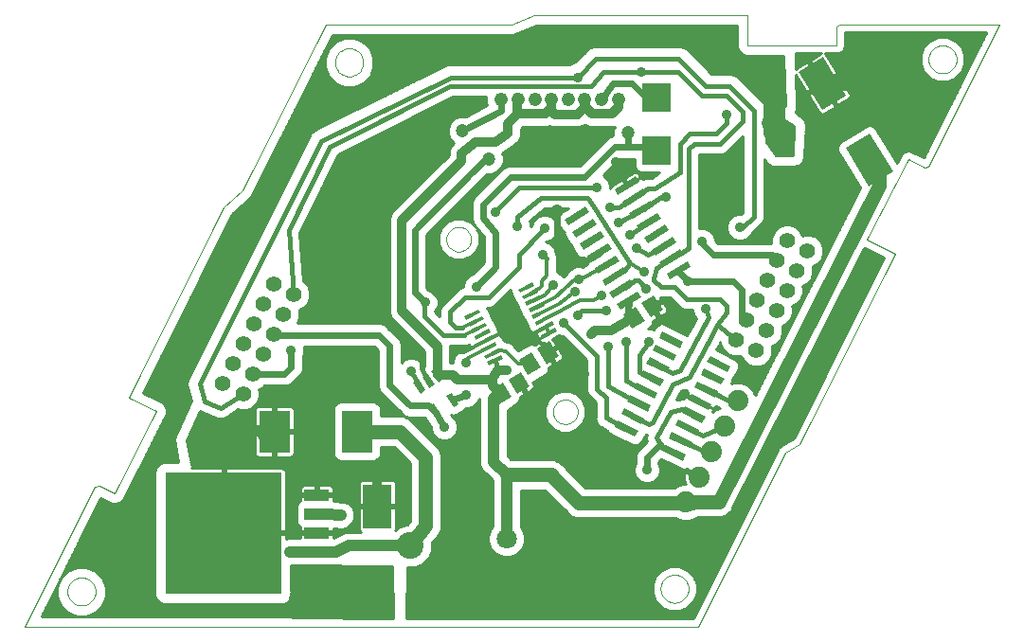
<source format=gtl>
G75*
%MOIN*%
%OFA0B0*%
%FSLAX24Y24*%
%IPPOS*%
%LPD*%
%AMOC8*
5,1,8,0,0,1.08239X$1,22.5*
%
%ADD10C,0.0000*%
%ADD11R,0.0563X0.0138*%
%ADD12R,0.0512X0.0630*%
%ADD13R,0.0236X0.0866*%
%ADD14R,0.1575X0.0984*%
%ADD15R,0.0984X0.1575*%
%ADD16R,0.0217X0.0472*%
%ADD17C,0.0476*%
%ADD18R,0.4098X0.4252*%
%ADD19R,0.0850X0.0420*%
%ADD20R,0.1102X0.1496*%
%ADD21C,0.0554*%
%ADD22C,0.0740*%
%ADD23R,0.1000X0.1000*%
%ADD24R,0.0512X0.0591*%
%ADD25R,0.0810X0.0240*%
%ADD26C,0.0320*%
%ADD27C,0.0120*%
%ADD28C,0.0591*%
%ADD29C,0.0356*%
%ADD30C,0.0160*%
%ADD31C,0.0400*%
%ADD32C,0.0945*%
%ADD33C,0.0472*%
%ADD34C,0.0500*%
%ADD35C,0.0100*%
%ADD36C,0.0240*%
%ADD37C,0.0768*%
%ADD38C,0.0709*%
%ADD39C,0.0827*%
%ADD40C,0.0560*%
D10*
X001464Y000942D02*
X003925Y005873D01*
X004112Y005912D01*
X004642Y005647D01*
X006093Y008539D01*
X005142Y009018D01*
X008482Y015706D01*
X009141Y016296D01*
X012065Y022152D01*
X018610Y022152D01*
X019397Y022467D01*
X026907Y022467D01*
X026907Y021414D01*
X030047Y021414D01*
X030047Y022074D01*
X030145Y022152D01*
X035785Y022152D01*
X033275Y017133D01*
X033147Y017113D01*
X032557Y017408D01*
X031120Y014554D01*
X032097Y014066D01*
X028748Y007379D01*
X028236Y007064D01*
X025175Y000942D01*
X001464Y000942D01*
X002981Y002181D02*
X002983Y002225D01*
X002989Y002269D01*
X002999Y002312D01*
X003012Y002354D01*
X003030Y002394D01*
X003051Y002433D01*
X003075Y002470D01*
X003102Y002505D01*
X003133Y002537D01*
X003166Y002566D01*
X003202Y002592D01*
X003240Y002614D01*
X003280Y002633D01*
X003321Y002649D01*
X003364Y002661D01*
X003407Y002669D01*
X003451Y002673D01*
X003495Y002673D01*
X003539Y002669D01*
X003582Y002661D01*
X003625Y002649D01*
X003666Y002633D01*
X003706Y002614D01*
X003744Y002592D01*
X003780Y002566D01*
X003813Y002537D01*
X003844Y002505D01*
X003871Y002470D01*
X003895Y002433D01*
X003916Y002394D01*
X003934Y002354D01*
X003947Y002312D01*
X003957Y002269D01*
X003963Y002225D01*
X003965Y002181D01*
X003963Y002137D01*
X003957Y002093D01*
X003947Y002050D01*
X003934Y002008D01*
X003916Y001968D01*
X003895Y001929D01*
X003871Y001892D01*
X003844Y001857D01*
X003813Y001825D01*
X003780Y001796D01*
X003744Y001770D01*
X003706Y001748D01*
X003666Y001729D01*
X003625Y001713D01*
X003582Y001701D01*
X003539Y001693D01*
X003495Y001689D01*
X003451Y001689D01*
X003407Y001693D01*
X003364Y001701D01*
X003321Y001713D01*
X003280Y001729D01*
X003240Y001748D01*
X003202Y001770D01*
X003166Y001796D01*
X003133Y001825D01*
X003102Y001857D01*
X003075Y001892D01*
X003051Y001929D01*
X003030Y001968D01*
X003012Y002008D01*
X002999Y002050D01*
X002989Y002093D01*
X002983Y002137D01*
X002981Y002181D01*
X016313Y014581D02*
X016315Y014622D01*
X016321Y014663D01*
X016331Y014703D01*
X016344Y014742D01*
X016361Y014779D01*
X016382Y014815D01*
X016406Y014849D01*
X016433Y014880D01*
X016462Y014908D01*
X016495Y014934D01*
X016529Y014956D01*
X016566Y014975D01*
X016604Y014990D01*
X016644Y015002D01*
X016684Y015010D01*
X016725Y015014D01*
X016767Y015014D01*
X016808Y015010D01*
X016848Y015002D01*
X016888Y014990D01*
X016926Y014975D01*
X016962Y014956D01*
X016997Y014934D01*
X017030Y014908D01*
X017059Y014880D01*
X017086Y014849D01*
X017110Y014815D01*
X017131Y014779D01*
X017148Y014742D01*
X017161Y014703D01*
X017171Y014663D01*
X017177Y014622D01*
X017179Y014581D01*
X017177Y014540D01*
X017171Y014499D01*
X017161Y014459D01*
X017148Y014420D01*
X017131Y014383D01*
X017110Y014347D01*
X017086Y014313D01*
X017059Y014282D01*
X017030Y014254D01*
X016997Y014228D01*
X016963Y014206D01*
X016926Y014187D01*
X016888Y014172D01*
X016848Y014160D01*
X016808Y014152D01*
X016767Y014148D01*
X016725Y014148D01*
X016684Y014152D01*
X016644Y014160D01*
X016604Y014172D01*
X016566Y014187D01*
X016530Y014206D01*
X016495Y014228D01*
X016462Y014254D01*
X016433Y014282D01*
X016406Y014313D01*
X016382Y014347D01*
X016361Y014383D01*
X016344Y014420D01*
X016331Y014459D01*
X016321Y014499D01*
X016315Y014540D01*
X016313Y014581D01*
X020065Y008510D02*
X020067Y008551D01*
X020073Y008592D01*
X020083Y008632D01*
X020096Y008671D01*
X020113Y008708D01*
X020134Y008744D01*
X020158Y008778D01*
X020185Y008809D01*
X020214Y008837D01*
X020247Y008863D01*
X020281Y008885D01*
X020318Y008904D01*
X020356Y008919D01*
X020396Y008931D01*
X020436Y008939D01*
X020477Y008943D01*
X020519Y008943D01*
X020560Y008939D01*
X020600Y008931D01*
X020640Y008919D01*
X020678Y008904D01*
X020714Y008885D01*
X020749Y008863D01*
X020782Y008837D01*
X020811Y008809D01*
X020838Y008778D01*
X020862Y008744D01*
X020883Y008708D01*
X020900Y008671D01*
X020913Y008632D01*
X020923Y008592D01*
X020929Y008551D01*
X020931Y008510D01*
X020929Y008469D01*
X020923Y008428D01*
X020913Y008388D01*
X020900Y008349D01*
X020883Y008312D01*
X020862Y008276D01*
X020838Y008242D01*
X020811Y008211D01*
X020782Y008183D01*
X020749Y008157D01*
X020715Y008135D01*
X020678Y008116D01*
X020640Y008101D01*
X020600Y008089D01*
X020560Y008081D01*
X020519Y008077D01*
X020477Y008077D01*
X020436Y008081D01*
X020396Y008089D01*
X020356Y008101D01*
X020318Y008116D01*
X020282Y008135D01*
X020247Y008157D01*
X020214Y008183D01*
X020185Y008211D01*
X020158Y008242D01*
X020134Y008276D01*
X020113Y008312D01*
X020096Y008349D01*
X020083Y008388D01*
X020073Y008428D01*
X020067Y008469D01*
X020065Y008510D01*
X023850Y002278D02*
X023852Y002322D01*
X023858Y002366D01*
X023868Y002409D01*
X023881Y002451D01*
X023899Y002491D01*
X023920Y002530D01*
X023944Y002567D01*
X023971Y002602D01*
X024002Y002634D01*
X024035Y002663D01*
X024071Y002689D01*
X024109Y002711D01*
X024149Y002730D01*
X024190Y002746D01*
X024233Y002758D01*
X024276Y002766D01*
X024320Y002770D01*
X024364Y002770D01*
X024408Y002766D01*
X024451Y002758D01*
X024494Y002746D01*
X024535Y002730D01*
X024575Y002711D01*
X024613Y002689D01*
X024649Y002663D01*
X024682Y002634D01*
X024713Y002602D01*
X024740Y002567D01*
X024764Y002530D01*
X024785Y002491D01*
X024803Y002451D01*
X024816Y002409D01*
X024826Y002366D01*
X024832Y002322D01*
X024834Y002278D01*
X024832Y002234D01*
X024826Y002190D01*
X024816Y002147D01*
X024803Y002105D01*
X024785Y002065D01*
X024764Y002026D01*
X024740Y001989D01*
X024713Y001954D01*
X024682Y001922D01*
X024649Y001893D01*
X024613Y001867D01*
X024575Y001845D01*
X024535Y001826D01*
X024494Y001810D01*
X024451Y001798D01*
X024408Y001790D01*
X024364Y001786D01*
X024320Y001786D01*
X024276Y001790D01*
X024233Y001798D01*
X024190Y001810D01*
X024149Y001826D01*
X024109Y001845D01*
X024071Y001867D01*
X024035Y001893D01*
X024002Y001922D01*
X023971Y001954D01*
X023944Y001989D01*
X023920Y002026D01*
X023899Y002065D01*
X023881Y002105D01*
X023868Y002147D01*
X023858Y002190D01*
X023852Y002234D01*
X023850Y002278D01*
X012400Y020808D02*
X012402Y020852D01*
X012408Y020896D01*
X012418Y020939D01*
X012431Y020981D01*
X012449Y021021D01*
X012470Y021060D01*
X012494Y021097D01*
X012521Y021132D01*
X012552Y021164D01*
X012585Y021193D01*
X012621Y021219D01*
X012659Y021241D01*
X012699Y021260D01*
X012740Y021276D01*
X012783Y021288D01*
X012826Y021296D01*
X012870Y021300D01*
X012914Y021300D01*
X012958Y021296D01*
X013001Y021288D01*
X013044Y021276D01*
X013085Y021260D01*
X013125Y021241D01*
X013163Y021219D01*
X013199Y021193D01*
X013232Y021164D01*
X013263Y021132D01*
X013290Y021097D01*
X013314Y021060D01*
X013335Y021021D01*
X013353Y020981D01*
X013366Y020939D01*
X013376Y020896D01*
X013382Y020852D01*
X013384Y020808D01*
X013382Y020764D01*
X013376Y020720D01*
X013366Y020677D01*
X013353Y020635D01*
X013335Y020595D01*
X013314Y020556D01*
X013290Y020519D01*
X013263Y020484D01*
X013232Y020452D01*
X013199Y020423D01*
X013163Y020397D01*
X013125Y020375D01*
X013085Y020356D01*
X013044Y020340D01*
X013001Y020328D01*
X012958Y020320D01*
X012914Y020316D01*
X012870Y020316D01*
X012826Y020320D01*
X012783Y020328D01*
X012740Y020340D01*
X012699Y020356D01*
X012659Y020375D01*
X012621Y020397D01*
X012585Y020423D01*
X012552Y020452D01*
X012521Y020484D01*
X012494Y020519D01*
X012470Y020556D01*
X012449Y020595D01*
X012431Y020635D01*
X012418Y020677D01*
X012408Y020720D01*
X012402Y020764D01*
X012400Y020808D01*
X033280Y020913D02*
X033282Y020957D01*
X033288Y021001D01*
X033298Y021044D01*
X033311Y021086D01*
X033329Y021126D01*
X033350Y021165D01*
X033374Y021202D01*
X033401Y021237D01*
X033432Y021269D01*
X033465Y021298D01*
X033501Y021324D01*
X033539Y021346D01*
X033579Y021365D01*
X033620Y021381D01*
X033663Y021393D01*
X033706Y021401D01*
X033750Y021405D01*
X033794Y021405D01*
X033838Y021401D01*
X033881Y021393D01*
X033924Y021381D01*
X033965Y021365D01*
X034005Y021346D01*
X034043Y021324D01*
X034079Y021298D01*
X034112Y021269D01*
X034143Y021237D01*
X034170Y021202D01*
X034194Y021165D01*
X034215Y021126D01*
X034233Y021086D01*
X034246Y021044D01*
X034256Y021001D01*
X034262Y020957D01*
X034264Y020913D01*
X034262Y020869D01*
X034256Y020825D01*
X034246Y020782D01*
X034233Y020740D01*
X034215Y020700D01*
X034194Y020661D01*
X034170Y020624D01*
X034143Y020589D01*
X034112Y020557D01*
X034079Y020528D01*
X034043Y020502D01*
X034005Y020480D01*
X033965Y020461D01*
X033924Y020445D01*
X033881Y020433D01*
X033838Y020425D01*
X033794Y020421D01*
X033750Y020421D01*
X033706Y020425D01*
X033663Y020433D01*
X033620Y020445D01*
X033579Y020461D01*
X033539Y020480D01*
X033501Y020502D01*
X033465Y020528D01*
X033432Y020557D01*
X033401Y020589D01*
X033374Y020624D01*
X033350Y020661D01*
X033329Y020700D01*
X033311Y020740D01*
X033298Y020782D01*
X033288Y020825D01*
X033282Y020869D01*
X033280Y020913D01*
D11*
G36*
X019423Y011667D02*
X019925Y011918D01*
X019987Y011795D01*
X019485Y011544D01*
X019423Y011667D01*
G37*
G36*
X019308Y011896D02*
X019810Y012147D01*
X019872Y012024D01*
X019370Y011773D01*
X019308Y011896D01*
G37*
G36*
X019194Y012125D02*
X019696Y012376D01*
X019758Y012253D01*
X019256Y012002D01*
X019194Y012125D01*
G37*
G36*
X019079Y012354D02*
X019581Y012605D01*
X019643Y012482D01*
X019141Y012231D01*
X019079Y012354D01*
G37*
G36*
X018965Y012582D02*
X019467Y012833D01*
X019529Y012710D01*
X019027Y012459D01*
X018965Y012582D01*
G37*
G36*
X018850Y012811D02*
X019352Y013062D01*
X019414Y012939D01*
X018912Y012688D01*
X018850Y012811D01*
G37*
G36*
X016949Y011859D02*
X017451Y012110D01*
X017513Y011987D01*
X017011Y011736D01*
X016949Y011859D01*
G37*
G36*
X017064Y011630D02*
X017566Y011881D01*
X017628Y011758D01*
X017126Y011507D01*
X017064Y011630D01*
G37*
G36*
X017178Y011402D02*
X017680Y011653D01*
X017742Y011530D01*
X017240Y011279D01*
X017178Y011402D01*
G37*
G36*
X017293Y011173D02*
X017795Y011424D01*
X017857Y011301D01*
X017355Y011050D01*
X017293Y011173D01*
G37*
G36*
X017407Y010944D02*
X017909Y011195D01*
X017971Y011072D01*
X017469Y010821D01*
X017407Y010944D01*
G37*
G36*
X017522Y010715D02*
X018024Y010966D01*
X018086Y010843D01*
X017584Y010592D01*
X017522Y010715D01*
G37*
G36*
X017637Y010486D02*
X018139Y010737D01*
X018201Y010614D01*
X017699Y010363D01*
X017637Y010486D01*
G37*
G36*
X017751Y010257D02*
X018253Y010508D01*
X018315Y010385D01*
X017813Y010134D01*
X017751Y010257D01*
G37*
G36*
X019652Y011209D02*
X020154Y011460D01*
X020216Y011337D01*
X019714Y011086D01*
X019652Y011209D01*
G37*
G36*
X019537Y011438D02*
X020039Y011689D01*
X020101Y011566D01*
X019599Y011315D01*
X019537Y011438D01*
G37*
D12*
G36*
X020261Y010454D02*
X019826Y010186D01*
X019497Y010722D01*
X019932Y010990D01*
X020261Y010454D01*
G37*
G36*
X019623Y010063D02*
X019188Y009795D01*
X018859Y010331D01*
X019294Y010599D01*
X019623Y010063D01*
G37*
D13*
G36*
X023051Y012741D02*
X023174Y012540D01*
X022437Y012089D01*
X022314Y012290D01*
X023051Y012741D01*
G37*
G36*
X022789Y013167D02*
X022912Y012966D01*
X022175Y012515D01*
X022052Y012716D01*
X022789Y013167D01*
G37*
G36*
X022528Y013593D02*
X022651Y013392D01*
X021914Y012941D01*
X021791Y013142D01*
X022528Y013593D01*
G37*
G36*
X022267Y014020D02*
X022390Y013819D01*
X021653Y013368D01*
X021530Y013569D01*
X022267Y014020D01*
G37*
G36*
X022006Y014446D02*
X022129Y014245D01*
X021392Y013794D01*
X021269Y013995D01*
X022006Y014446D01*
G37*
G36*
X021744Y014872D02*
X021867Y014671D01*
X021130Y014220D01*
X021007Y014421D01*
X021744Y014872D01*
G37*
G36*
X021483Y015298D02*
X021606Y015097D01*
X020869Y014646D01*
X020746Y014847D01*
X021483Y015298D01*
G37*
G36*
X021222Y015725D02*
X021345Y015524D01*
X020608Y015073D01*
X020485Y015274D01*
X021222Y015725D01*
G37*
G36*
X022968Y016794D02*
X023091Y016593D01*
X022354Y016142D01*
X022231Y016343D01*
X022968Y016794D01*
G37*
G36*
X023229Y016368D02*
X023352Y016167D01*
X022615Y015716D01*
X022492Y015917D01*
X023229Y016368D01*
G37*
G36*
X023490Y015942D02*
X023613Y015741D01*
X022876Y015290D01*
X022753Y015491D01*
X023490Y015942D01*
G37*
G36*
X023751Y015516D02*
X023874Y015315D01*
X023137Y014864D01*
X023014Y015065D01*
X023751Y015516D01*
G37*
G36*
X024013Y015089D02*
X024136Y014888D01*
X023399Y014437D01*
X023276Y014638D01*
X024013Y015089D01*
G37*
G36*
X024274Y014663D02*
X024397Y014462D01*
X023660Y014011D01*
X023537Y014212D01*
X024274Y014663D01*
G37*
G36*
X024535Y014237D02*
X024658Y014036D01*
X023921Y013585D01*
X023798Y013786D01*
X024535Y014237D01*
G37*
G36*
X024796Y013810D02*
X024919Y013609D01*
X024182Y013158D01*
X024059Y013359D01*
X024796Y013810D01*
G37*
D14*
G36*
X031188Y016447D02*
X030366Y017788D01*
X031204Y018303D01*
X032026Y016962D01*
X031188Y016447D01*
G37*
G36*
X029542Y019133D02*
X028720Y020474D01*
X029558Y020989D01*
X030380Y019648D01*
X029542Y019133D01*
G37*
D15*
X013881Y005181D03*
X013881Y002031D03*
D16*
G36*
X015681Y008679D02*
X015865Y008792D01*
X016111Y008391D01*
X015927Y008278D01*
X015681Y008679D01*
G37*
G36*
X016318Y009070D02*
X016502Y009183D01*
X016748Y008782D01*
X016564Y008669D01*
X016318Y009070D01*
G37*
G36*
X015465Y009747D02*
X015649Y009860D01*
X015895Y009459D01*
X015711Y009346D01*
X015465Y009747D01*
G37*
G36*
X015146Y009552D02*
X015330Y009665D01*
X015576Y009264D01*
X015392Y009151D01*
X015146Y009552D01*
G37*
G36*
X015784Y009943D02*
X015968Y010056D01*
X016214Y009655D01*
X016030Y009542D01*
X015784Y009943D01*
G37*
D17*
X018247Y019497D03*
X018838Y019497D03*
X019428Y019497D03*
X020019Y019497D03*
X020590Y019497D03*
X021180Y019497D03*
X021771Y019497D03*
X022361Y019497D03*
D18*
X008474Y004245D03*
D19*
X011754Y004245D03*
X011754Y004915D03*
X011754Y005585D03*
X011754Y003575D03*
X011754Y002905D03*
D20*
X013170Y007818D03*
X010257Y007818D03*
D21*
X009157Y009131D03*
X009514Y009833D03*
X008813Y010190D03*
X008455Y009489D03*
X009872Y010534D03*
X009170Y010892D03*
X010229Y011236D03*
X009528Y011593D03*
X009885Y012295D03*
X010243Y012997D03*
X010944Y012639D03*
X010587Y011938D03*
X026520Y011023D03*
X026878Y011725D03*
X027235Y012426D03*
X027937Y012069D03*
X028294Y012770D03*
X027593Y013128D03*
X027950Y013829D03*
X028652Y013472D03*
X029009Y014174D03*
X028308Y014531D03*
X027579Y011367D03*
X027222Y010666D03*
D22*
X026558Y008887D03*
X026104Y007996D03*
X025650Y007105D03*
X025196Y006214D03*
X024742Y005323D03*
D23*
X023722Y017713D03*
X023722Y019563D03*
D24*
G36*
X023927Y012098D02*
X023491Y011830D01*
X023183Y012332D01*
X023619Y012600D01*
X023927Y012098D01*
G37*
G36*
X023290Y011707D02*
X022854Y011439D01*
X022546Y011941D01*
X022982Y012209D01*
X023290Y011707D01*
G37*
G36*
X019253Y009413D02*
X018817Y009145D01*
X018509Y009647D01*
X018945Y009915D01*
X019253Y009413D01*
G37*
G36*
X018615Y009022D02*
X018179Y008754D01*
X017871Y009256D01*
X018307Y009524D01*
X018615Y009022D01*
G37*
D25*
G36*
X022339Y008197D02*
X023062Y007835D01*
X022955Y007621D01*
X022232Y007983D01*
X022339Y008197D01*
G37*
G36*
X022563Y008644D02*
X023286Y008282D01*
X023179Y008068D01*
X022456Y008430D01*
X022563Y008644D01*
G37*
G36*
X022787Y009091D02*
X023510Y008729D01*
X023403Y008515D01*
X022680Y008877D01*
X022787Y009091D01*
G37*
G36*
X023011Y009538D02*
X023734Y009176D01*
X023627Y008962D01*
X022904Y009324D01*
X023011Y009538D01*
G37*
G36*
X023235Y009986D02*
X023958Y009624D01*
X023851Y009410D01*
X023128Y009772D01*
X023235Y009986D01*
G37*
G36*
X023459Y010433D02*
X024182Y010071D01*
X024075Y009857D01*
X023352Y010219D01*
X023459Y010433D01*
G37*
G36*
X023683Y010880D02*
X024406Y010518D01*
X024299Y010304D01*
X023576Y010666D01*
X023683Y010880D01*
G37*
G36*
X023907Y011327D02*
X024630Y010965D01*
X024523Y010751D01*
X023800Y011113D01*
X023907Y011327D01*
G37*
G36*
X025596Y010481D02*
X026319Y010119D01*
X026212Y009905D01*
X025489Y010267D01*
X025596Y010481D01*
G37*
G36*
X025373Y010033D02*
X026096Y009671D01*
X025989Y009457D01*
X025266Y009819D01*
X025373Y010033D01*
G37*
G36*
X025149Y009586D02*
X025872Y009224D01*
X025765Y009010D01*
X025042Y009372D01*
X025149Y009586D01*
G37*
G36*
X024925Y009139D02*
X025648Y008777D01*
X025541Y008563D01*
X024818Y008925D01*
X024925Y009139D01*
G37*
G36*
X024701Y008692D02*
X025424Y008330D01*
X025317Y008116D01*
X024594Y008478D01*
X024701Y008692D01*
G37*
G36*
X024477Y008245D02*
X025200Y007883D01*
X025093Y007669D01*
X024370Y008031D01*
X024477Y008245D01*
G37*
G36*
X024253Y007798D02*
X024976Y007436D01*
X024869Y007222D01*
X024146Y007584D01*
X024253Y007798D01*
G37*
G36*
X024029Y007351D02*
X024752Y006989D01*
X024645Y006775D01*
X023922Y007137D01*
X024029Y007351D01*
G37*
D26*
X022121Y011385D02*
X021553Y011385D01*
X021394Y011233D01*
X022121Y011385D02*
X022918Y011824D01*
X018445Y009957D02*
X018120Y009960D01*
X017932Y009666D01*
X017932Y009450D01*
X018243Y009139D01*
X017911Y009633D02*
X016691Y009633D01*
X016525Y009799D01*
X015999Y009799D01*
X015999Y010807D01*
X014939Y011867D01*
X014939Y011877D02*
X014742Y012074D01*
X014742Y015243D01*
X016848Y017349D01*
X016846Y017595D01*
X017350Y017991D01*
X018029Y017991D01*
X018482Y018303D01*
X018482Y018649D01*
X018797Y019003D01*
X018797Y019131D02*
X018797Y019555D01*
X018925Y019003D02*
X019801Y019003D01*
X019954Y019155D01*
X020136Y018973D01*
X020923Y018973D01*
X021180Y019230D01*
X021238Y019190D02*
X021435Y018993D01*
X022124Y018993D01*
X022361Y019230D01*
X022361Y019497D01*
X020019Y019497D02*
X020019Y019221D01*
X010257Y007818D02*
X009831Y007682D01*
X010235Y007301D01*
X013580Y006601D02*
X013878Y006304D01*
X013881Y005181D01*
X007192Y003894D02*
X007169Y003917D01*
X007185Y003910D02*
X007169Y003894D01*
X007169Y003894D01*
X007192Y003871D01*
X007192Y003894D01*
D27*
X010884Y003058D02*
X014407Y003028D01*
X014427Y001237D01*
X010903Y001267D01*
X010884Y003058D01*
X010885Y002947D02*
X014408Y002947D01*
X014409Y002828D02*
X010886Y002828D01*
X010887Y002710D02*
X014411Y002710D01*
X014412Y002591D02*
X010889Y002591D01*
X010890Y002473D02*
X014413Y002473D01*
X014415Y002354D02*
X010891Y002354D01*
X010893Y002236D02*
X014416Y002236D01*
X014417Y002117D02*
X010894Y002117D01*
X010895Y001999D02*
X014419Y001999D01*
X014420Y001880D02*
X010897Y001880D01*
X010898Y001762D02*
X014421Y001762D01*
X014422Y001643D02*
X010899Y001643D01*
X010900Y001525D02*
X014424Y001525D01*
X014425Y001406D02*
X010902Y001406D01*
X010903Y001288D02*
X014426Y001288D01*
X017011Y010234D02*
X017084Y010420D01*
X017804Y010779D01*
X017919Y010550D02*
X018196Y010674D01*
X018401Y010630D01*
X018830Y010199D01*
X019241Y010197D01*
X019329Y011247D02*
X018604Y011556D01*
X018187Y011247D01*
X017689Y011008D01*
X016927Y010617D01*
X016578Y010648D01*
X016927Y011208D02*
X017460Y011466D01*
X017346Y011694D02*
X016888Y011483D01*
X019329Y011247D02*
X019819Y011502D01*
X019934Y011273D01*
X019705Y011731D02*
X020392Y012090D01*
X021021Y012428D01*
X021503Y012428D01*
X021782Y012588D01*
X022221Y013267D02*
X022557Y013471D01*
X022779Y013724D02*
X023256Y013422D01*
X024228Y013911D02*
X024399Y014082D01*
X024525Y014082D01*
X023294Y015616D02*
X023183Y015616D01*
X021960Y013694D02*
X021171Y013239D01*
X020982Y013156D01*
X020825Y013156D01*
X020136Y012527D01*
X019476Y012189D01*
X019361Y012418D02*
X019821Y012645D01*
X020057Y012979D01*
X019683Y012940D02*
X019604Y012861D01*
X019247Y012646D01*
X019683Y012940D02*
X019683Y013097D01*
X019840Y013294D01*
X019840Y013570D01*
X019842Y013907D01*
X020844Y012723D02*
X020283Y012310D01*
X019590Y011960D01*
D28*
X016277Y012802D03*
X009019Y007865D03*
X026927Y020263D03*
X027704Y018658D03*
X027787Y016469D03*
X033069Y019574D03*
D29*
X026632Y015007D03*
X025293Y014495D03*
X024801Y013096D03*
X025431Y012123D03*
X024407Y011523D03*
X023423Y010971D03*
X022636Y010971D03*
X022006Y010814D03*
X021394Y011233D03*
X020923Y011916D03*
X020431Y011641D03*
X020844Y012723D03*
X020057Y012979D03*
X020982Y013156D03*
X021782Y012588D03*
X021947Y012064D03*
X023344Y012822D03*
X023256Y013422D03*
X023019Y014269D03*
X022760Y014730D03*
X022360Y015184D03*
X022084Y015696D03*
X021612Y016404D03*
X022285Y017293D03*
X024053Y016070D03*
X026179Y018964D03*
X023167Y020460D03*
X020943Y020282D03*
X018042Y015527D03*
X018817Y015046D03*
X019770Y014979D03*
X019712Y014044D03*
X017380Y012920D03*
X015556Y012354D03*
X016578Y010648D03*
X017011Y010234D03*
X017017Y009111D03*
X018445Y009957D03*
X021179Y009849D03*
X024687Y009129D03*
X023378Y006459D03*
X016238Y007979D03*
X015077Y009928D03*
X013580Y006601D03*
X012593Y004871D03*
X010854Y010676D03*
D30*
X009157Y009131D02*
X008364Y008629D01*
X007803Y008875D01*
X007636Y009495D01*
X007970Y010154D01*
X011917Y018048D01*
X016474Y020282D01*
X020943Y020282D01*
X021573Y020932D01*
X024486Y020932D01*
X025451Y019967D01*
X026258Y019967D01*
X027124Y019101D01*
X027124Y015381D01*
X026750Y015007D01*
X026632Y015007D01*
X024850Y014278D02*
X024525Y014082D01*
X024228Y013911D02*
X023699Y013570D01*
X023620Y013215D01*
X023620Y013137D01*
X023856Y012901D01*
X024329Y012901D01*
X024762Y012467D01*
X025943Y012467D01*
X026179Y012231D01*
X026179Y011995D01*
X025854Y011582D01*
X025929Y011515D01*
X026520Y011023D01*
X025854Y011582D02*
X025631Y011154D01*
X024887Y009740D01*
X024287Y009485D01*
X023578Y008131D01*
X023423Y008082D01*
X022871Y008356D01*
X022647Y007909D02*
X021927Y008294D01*
X021927Y009003D01*
X021612Y009318D01*
X021612Y010479D01*
X020451Y011641D01*
X020431Y011641D01*
X020923Y011916D02*
X021071Y012064D01*
X021947Y012064D01*
X022722Y012082D02*
X022918Y011824D01*
X022636Y010971D02*
X022636Y009593D01*
X023319Y009250D01*
X023095Y008803D02*
X022006Y009397D01*
X022006Y010814D01*
X023108Y010499D02*
X023108Y009908D01*
X023543Y009698D01*
X023767Y010145D02*
X024289Y009869D01*
X024534Y009968D01*
X025282Y011346D01*
X025538Y011824D01*
X025431Y012123D01*
X023344Y012822D02*
X023069Y013137D01*
X022951Y013137D01*
X022595Y012884D01*
X022482Y012841D01*
X022557Y013471D02*
X022779Y013724D01*
X021336Y015971D01*
X021258Y016050D01*
X019643Y016050D01*
X018817Y015381D01*
X018817Y015046D01*
X019691Y014916D02*
X018856Y014042D01*
X018856Y013609D01*
X017793Y012546D01*
X016966Y012546D01*
X016454Y012034D01*
X016454Y011680D01*
X016651Y011483D01*
X016888Y011483D01*
X016927Y011208D02*
X016218Y011208D01*
X015549Y011877D01*
X015549Y012348D01*
X015556Y012354D01*
X015431Y010538D02*
X015431Y010027D01*
X015680Y009603D01*
X015361Y009408D02*
X015077Y009928D01*
X017911Y009633D02*
X017932Y009666D01*
X018120Y009960D02*
X018033Y010321D01*
X019842Y013907D02*
X019712Y014044D01*
X019691Y014916D02*
X019770Y014979D01*
X018874Y016405D02*
X021611Y016405D01*
X021612Y016404D01*
X021592Y016424D01*
X022084Y015696D02*
X022360Y015696D01*
X022922Y016042D01*
X023413Y016375D01*
X023630Y016375D01*
X024535Y016926D01*
X024535Y017950D01*
X024880Y018294D01*
X025795Y018294D01*
X026179Y018678D01*
X026179Y018964D01*
X026750Y019062D02*
X026179Y019633D01*
X025313Y019633D01*
X024466Y020479D01*
X023364Y020479D01*
X023167Y020460D01*
X021848Y020460D01*
X021405Y019958D01*
X016445Y019958D01*
X012222Y017841D01*
X010775Y014908D01*
X010767Y014900D01*
X010944Y012639D01*
X018042Y015527D02*
X018042Y015574D01*
X018874Y016405D01*
X022285Y017293D02*
X022661Y016468D01*
X023183Y015616D02*
X023866Y016070D01*
X024053Y016070D01*
X023183Y015616D02*
X022360Y015184D01*
X022760Y014730D02*
X023444Y015190D01*
X023967Y014337D02*
X023413Y014042D01*
X023019Y014269D01*
X024850Y014278D02*
X024850Y017763D01*
X025027Y017940D01*
X025953Y017940D01*
X026750Y018737D01*
X026750Y019062D01*
X029550Y020061D02*
X029685Y020494D01*
X023722Y019563D02*
X023336Y019563D01*
X023423Y010971D02*
X023108Y010499D01*
X024687Y009129D02*
X025233Y008851D01*
X025009Y008404D02*
X024612Y008597D01*
X024194Y008493D01*
X023722Y007588D01*
X023839Y007375D01*
X023895Y007271D01*
X024561Y007510D02*
X025411Y007093D01*
X025650Y007105D01*
X025352Y007664D02*
X024785Y007957D01*
X025352Y007664D02*
X026104Y007996D01*
X026376Y008845D02*
X025457Y009298D01*
X026376Y008845D02*
X026558Y008887D01*
D31*
X018437Y006287D02*
X018432Y004040D01*
X018437Y006287D02*
X017968Y006752D01*
X017968Y008977D01*
X018243Y009139D01*
X012593Y004871D02*
X012067Y004915D01*
X011754Y004915D01*
X012429Y003580D02*
X012876Y003791D01*
X015048Y003791D01*
X012429Y003580D02*
X010814Y003580D01*
X011754Y003575D01*
X010257Y007818D02*
X009019Y007865D01*
X031196Y017375D02*
X031380Y017162D01*
D32*
X032045Y021168D03*
X018604Y011556D03*
X015048Y003791D03*
X011238Y001906D03*
D33*
X020195Y015558D03*
X017800Y017401D03*
X016882Y018387D03*
X022714Y018334D03*
D34*
X029550Y020061D02*
X032582Y020061D01*
X033069Y019574D01*
X031380Y017162D02*
X031523Y017019D01*
X031523Y016464D01*
X025893Y005351D01*
X024742Y005323D01*
X024977Y005302D01*
X020982Y005302D01*
X020116Y006168D01*
X019998Y006287D01*
X018437Y006287D01*
X015588Y006916D02*
X015588Y004489D01*
X015048Y003791D01*
X015588Y006916D02*
X014687Y007818D01*
X013170Y007818D01*
X008474Y004245D02*
X007195Y003910D01*
X007185Y003910D01*
D35*
X006055Y003887D02*
X003347Y003887D01*
X003298Y003789D02*
X006055Y003789D01*
X006055Y003690D02*
X003249Y003690D01*
X003200Y003592D02*
X006055Y003592D01*
X006055Y003493D02*
X003151Y003493D01*
X003102Y003395D02*
X006055Y003395D01*
X006055Y003296D02*
X003053Y003296D01*
X003003Y003198D02*
X006055Y003198D01*
X006055Y003099D02*
X002954Y003099D01*
X002905Y003001D02*
X003198Y003001D01*
X003301Y003043D02*
X002985Y002912D01*
X002742Y002670D01*
X002611Y002353D01*
X002611Y002010D01*
X002742Y001693D01*
X002985Y001450D01*
X003301Y001319D01*
X003644Y001319D01*
X003961Y001450D01*
X004204Y001693D01*
X004335Y002010D01*
X004335Y002353D01*
X004204Y002670D01*
X003961Y002912D01*
X003644Y003043D01*
X003301Y003043D01*
X002974Y002902D02*
X002856Y002902D01*
X002876Y002804D02*
X002807Y002804D01*
X002777Y002705D02*
X002758Y002705D01*
X002716Y002607D02*
X002709Y002607D01*
X002675Y002508D02*
X002659Y002508D01*
X002634Y002410D02*
X002610Y002410D01*
X002611Y002311D02*
X002561Y002311D01*
X002512Y002213D02*
X002611Y002213D01*
X002611Y002114D02*
X002463Y002114D01*
X002414Y002016D02*
X002611Y002016D01*
X002649Y001917D02*
X002364Y001917D01*
X002315Y001819D02*
X002690Y001819D01*
X002731Y001720D02*
X002266Y001720D01*
X002217Y001622D02*
X002813Y001622D01*
X002912Y001523D02*
X002168Y001523D01*
X002119Y001425D02*
X003047Y001425D01*
X003285Y001326D02*
X002070Y001326D01*
X002062Y001312D02*
X004144Y005483D01*
X004477Y005316D01*
X004542Y005283D01*
X004543Y005283D01*
X004616Y005278D01*
X004689Y005273D01*
X004689Y005273D01*
X004690Y005273D01*
X004759Y005296D01*
X004829Y005319D01*
X004829Y005319D01*
X004829Y005319D01*
X004884Y005367D01*
X004940Y005415D01*
X004940Y005416D01*
X004940Y005416D01*
X004973Y005481D01*
X006424Y008373D01*
X006457Y008439D01*
X006457Y008439D01*
X006457Y008439D01*
X006463Y008512D01*
X006468Y008586D01*
X006468Y008586D01*
X006468Y008586D01*
X006445Y008656D01*
X006422Y008726D01*
X006421Y008726D02*
X006373Y008782D01*
X006325Y008837D01*
X006259Y008870D01*
X005638Y009183D01*
X008782Y015477D01*
X009386Y016019D01*
X009440Y016065D01*
X009441Y016068D01*
X009443Y016070D01*
X009474Y016133D01*
X012294Y021782D01*
X018608Y021782D01*
X018679Y021782D01*
X018681Y021782D01*
X018684Y021782D01*
X018750Y021810D01*
X019469Y022097D01*
X026537Y022097D01*
X026537Y021341D01*
X026594Y021205D01*
X026698Y021101D01*
X026834Y021044D01*
X028174Y021044D01*
X028226Y019259D01*
X027528Y019302D01*
X027505Y019356D01*
X026639Y020222D01*
X026513Y020349D01*
X026347Y020417D01*
X025637Y020417D01*
X024867Y021187D01*
X024741Y021314D01*
X024575Y021382D01*
X021659Y021382D01*
X021655Y021383D01*
X021569Y021382D01*
X021483Y021382D01*
X021480Y021381D01*
X021476Y021381D01*
X021397Y021346D01*
X021318Y021314D01*
X021315Y021311D01*
X021312Y021310D01*
X021252Y021248D01*
X021191Y021187D01*
X021190Y021184D01*
X020847Y020831D01*
X020834Y020831D01*
X020632Y020747D01*
X020618Y020732D01*
X016549Y020732D01*
X016535Y020737D01*
X016460Y020732D01*
X016385Y020732D01*
X016371Y020727D01*
X016356Y020726D01*
X016289Y020693D01*
X016219Y020664D01*
X016209Y020654D01*
X011746Y018466D01*
X011690Y018447D01*
X011666Y018426D01*
X011639Y018413D01*
X011599Y018368D01*
X011555Y018329D01*
X011541Y018302D01*
X011520Y018278D01*
X011501Y018222D01*
X007568Y010357D01*
X007240Y009709D01*
X007201Y009642D01*
X007199Y009630D01*
X007194Y009619D01*
X007188Y009541D01*
X007178Y009464D01*
X007181Y009452D01*
X007180Y009440D01*
X007204Y009366D01*
X007333Y008890D01*
X006740Y007566D01*
X006889Y006741D01*
X006352Y006741D01*
X006216Y006685D01*
X006112Y006580D01*
X006055Y006444D01*
X006055Y002045D01*
X006112Y001909D01*
X006216Y001805D01*
X006352Y001749D01*
X010597Y001749D01*
X010733Y001805D01*
X010837Y001909D01*
X010894Y002045D01*
X010894Y002287D01*
X013108Y002271D01*
X013002Y001312D01*
X002062Y001312D01*
X003661Y001326D02*
X013003Y001326D01*
X013014Y001425D02*
X003899Y001425D01*
X004034Y001523D02*
X013025Y001523D01*
X013036Y001622D02*
X004132Y001622D01*
X004215Y001720D02*
X013047Y001720D01*
X013058Y001819D02*
X010747Y001819D01*
X010841Y001917D02*
X013069Y001917D01*
X013080Y002016D02*
X010881Y002016D01*
X010894Y002114D02*
X013091Y002114D01*
X013102Y002213D02*
X010894Y002213D01*
X010674Y004052D02*
X010674Y004195D01*
X008524Y004195D01*
X008524Y004295D01*
X008424Y004295D01*
X008424Y006521D01*
X007356Y006521D01*
X007176Y007513D01*
X007638Y008543D01*
X007682Y008517D01*
X007703Y008515D01*
X008181Y008305D01*
X008211Y008284D01*
X008248Y008276D01*
X008283Y008260D01*
X008319Y008260D01*
X008355Y008252D01*
X008392Y008258D01*
X008430Y008257D01*
X008464Y008271D01*
X008500Y008277D01*
X008532Y008297D01*
X008567Y008311D01*
X008593Y008336D01*
X008989Y008587D01*
X009044Y008564D01*
X009270Y008564D01*
X009478Y008650D01*
X009638Y008810D01*
X009724Y009018D01*
X009724Y009244D01*
X009702Y009297D01*
X009836Y009352D01*
X009906Y009423D01*
X010703Y009423D01*
X010853Y009485D01*
X011086Y009718D01*
X011202Y009834D01*
X011264Y009984D01*
X011264Y010443D01*
X011322Y010583D01*
X011322Y010769D01*
X011306Y010807D01*
X013765Y010807D01*
X013909Y010664D01*
X013909Y009364D01*
X013971Y009214D01*
X014086Y009098D01*
X014690Y008495D01*
X014805Y008380D01*
X014956Y008317D01*
X015525Y008317D01*
X015577Y008271D01*
X015770Y007957D01*
X015770Y007886D01*
X015841Y007714D01*
X015973Y007582D01*
X016145Y007511D01*
X016331Y007511D01*
X016503Y007582D01*
X016635Y007714D01*
X016706Y007886D01*
X016706Y008072D01*
X016635Y008244D01*
X016503Y008376D01*
X016465Y008392D01*
X016464Y008394D01*
X016553Y008373D01*
X016667Y008391D01*
X016950Y008564D01*
X017007Y008642D01*
X017110Y008642D01*
X017282Y008714D01*
X017478Y008714D01*
X017478Y008812D02*
X017381Y008812D01*
X017414Y008845D02*
X017472Y008984D01*
X017478Y008942D01*
X017478Y006848D01*
X017477Y006847D01*
X017478Y006751D01*
X017478Y006655D01*
X017478Y006653D01*
X017478Y006652D01*
X017516Y006563D01*
X017552Y006474D01*
X017553Y006474D01*
X017554Y006473D01*
X017622Y006405D01*
X017690Y006337D01*
X017691Y006336D01*
X017931Y006099D01*
X017947Y006060D01*
X017943Y004462D01*
X017885Y004405D01*
X017787Y004168D01*
X017787Y003912D01*
X017885Y003675D01*
X018067Y003493D01*
X018303Y003395D01*
X018560Y003395D01*
X018797Y003493D01*
X018978Y003675D01*
X019076Y003912D01*
X019076Y004168D01*
X018978Y004405D01*
X018923Y004460D01*
X018926Y005747D01*
X019773Y005747D01*
X019809Y005711D01*
X019810Y005711D01*
X020524Y004996D01*
X020676Y004844D01*
X020875Y004762D01*
X024371Y004762D01*
X024611Y004663D01*
X024874Y004663D01*
X025116Y004763D01*
X025136Y004783D01*
X025159Y004793D01*
X025880Y004811D01*
X025959Y004805D01*
X025986Y004813D01*
X026014Y004814D01*
X026087Y004847D01*
X026164Y004872D01*
X026816Y004872D01*
X026865Y004971D02*
X026279Y004971D01*
X026266Y004959D02*
X026327Y005011D01*
X026339Y005036D01*
X026359Y005057D01*
X026387Y005132D01*
X031022Y014279D01*
X031041Y014269D01*
X031041Y014269D01*
X031707Y013937D01*
X028525Y007583D01*
X028113Y007328D01*
X028090Y007321D01*
X028064Y007298D01*
X028035Y007281D01*
X028021Y007261D01*
X028002Y007245D01*
X027987Y007215D01*
X027967Y007187D01*
X027962Y007164D01*
X024996Y001232D01*
X014912Y001232D01*
X014949Y003028D01*
X015200Y003028D01*
X015480Y003145D01*
X015694Y003359D01*
X015811Y003639D01*
X015811Y003894D01*
X015994Y004131D01*
X016046Y004183D01*
X016060Y004215D01*
X016081Y004243D01*
X016100Y004314D01*
X016128Y004381D01*
X016128Y004416D01*
X016138Y004450D01*
X016128Y004523D01*
X016128Y007024D01*
X016046Y007222D01*
X015894Y007374D01*
X014993Y008276D01*
X014794Y008358D01*
X014012Y008358D01*
X014012Y008624D01*
X013967Y008730D01*
X013886Y008812D01*
X013779Y008856D01*
X012562Y008856D01*
X012455Y008812D01*
X012373Y008730D01*
X012329Y008624D01*
X012329Y007012D01*
X012373Y006906D01*
X012455Y006824D01*
X012562Y006780D01*
X013779Y006780D01*
X013886Y006824D01*
X013967Y006906D01*
X014012Y007012D01*
X014012Y007278D01*
X014463Y007278D01*
X015048Y006693D01*
X015048Y004673D01*
X014955Y004553D01*
X014896Y004553D01*
X014616Y004437D01*
X014511Y004332D01*
X014513Y004336D01*
X014523Y004374D01*
X014523Y005131D01*
X013931Y005131D01*
X013931Y005231D01*
X013831Y005231D01*
X013831Y005131D01*
X013239Y005131D01*
X013239Y004374D01*
X013249Y004336D01*
X013269Y004302D01*
X013290Y004281D01*
X012962Y004281D01*
X012950Y004285D01*
X012865Y004281D01*
X012779Y004281D01*
X012768Y004276D01*
X012755Y004276D01*
X012678Y004239D01*
X012599Y004206D01*
X012590Y004198D01*
X012329Y004075D01*
X012329Y004195D01*
X011804Y004195D01*
X011804Y004295D01*
X012329Y004295D01*
X012329Y004401D01*
X012650Y004375D01*
X012835Y004434D01*
X012984Y004560D01*
X013073Y004734D01*
X013089Y004928D01*
X013030Y005114D01*
X012904Y005262D01*
X012731Y005352D01*
X012329Y005385D01*
X012329Y005535D01*
X011804Y005535D01*
X011804Y005635D01*
X011704Y005635D01*
X011704Y005535D01*
X011179Y005535D01*
X011179Y005377D01*
X011165Y005371D01*
X011084Y005289D01*
X011039Y005183D01*
X011039Y004647D01*
X011084Y004541D01*
X011165Y004459D01*
X011179Y004453D01*
X011179Y004295D01*
X011704Y004295D01*
X011704Y004195D01*
X011179Y004195D01*
X011179Y004070D01*
X010816Y004070D01*
X010719Y004070D01*
X010718Y004070D01*
X010717Y004070D01*
X010674Y004052D01*
X010674Y004084D02*
X011179Y004084D01*
X011179Y004183D02*
X010674Y004183D01*
X010674Y004295D02*
X010674Y006391D01*
X010663Y006429D01*
X010644Y006463D01*
X010616Y006491D01*
X010582Y006511D01*
X010543Y006521D01*
X008524Y006521D01*
X008524Y004295D01*
X010674Y004295D01*
X010674Y004380D02*
X011179Y004380D01*
X011146Y004478D02*
X010674Y004478D01*
X010674Y004577D02*
X011069Y004577D01*
X011039Y004675D02*
X010674Y004675D01*
X010674Y004774D02*
X011039Y004774D01*
X011039Y004872D02*
X010674Y004872D01*
X010674Y004971D02*
X011039Y004971D01*
X011039Y005069D02*
X010674Y005069D01*
X010674Y005168D02*
X011039Y005168D01*
X011074Y005266D02*
X010674Y005266D01*
X010674Y005365D02*
X011159Y005365D01*
X011179Y005463D02*
X010674Y005463D01*
X010674Y005562D02*
X011704Y005562D01*
X011704Y005635D02*
X011179Y005635D01*
X011179Y005815D01*
X011190Y005853D01*
X011209Y005887D01*
X011237Y005915D01*
X011272Y005935D01*
X011310Y005945D01*
X011704Y005945D01*
X011704Y005635D01*
X011704Y005660D02*
X011804Y005660D01*
X011804Y005635D02*
X011804Y005945D01*
X012199Y005945D01*
X012237Y005935D01*
X012272Y005915D01*
X012299Y005887D01*
X012319Y005853D01*
X012329Y005815D01*
X012329Y005635D01*
X011804Y005635D01*
X011804Y005562D02*
X013239Y005562D01*
X013239Y005660D02*
X012329Y005660D01*
X012329Y005759D02*
X013239Y005759D01*
X013239Y005857D02*
X012317Y005857D01*
X012329Y005463D02*
X013239Y005463D01*
X013239Y005365D02*
X012574Y005365D01*
X012897Y005266D02*
X013239Y005266D01*
X013239Y005231D02*
X013831Y005231D01*
X013831Y006118D01*
X013369Y006118D01*
X013331Y006108D01*
X013297Y006088D01*
X013269Y006061D01*
X013249Y006026D01*
X013239Y005988D01*
X013239Y005231D01*
X013239Y005069D02*
X013044Y005069D01*
X013076Y004971D02*
X013239Y004971D01*
X013239Y004872D02*
X013085Y004872D01*
X013077Y004774D02*
X013239Y004774D01*
X013239Y004675D02*
X013043Y004675D01*
X012992Y004577D02*
X013239Y004577D01*
X013239Y004478D02*
X012887Y004478D01*
X012867Y004281D02*
X011804Y004281D01*
X011704Y004281D02*
X008524Y004281D01*
X008524Y004380D02*
X008424Y004380D01*
X008424Y004478D02*
X008524Y004478D01*
X008524Y004577D02*
X008424Y004577D01*
X008424Y004675D02*
X008524Y004675D01*
X008524Y004774D02*
X008424Y004774D01*
X008424Y004872D02*
X008524Y004872D01*
X008524Y004971D02*
X008424Y004971D01*
X008424Y005069D02*
X008524Y005069D01*
X008524Y005168D02*
X008424Y005168D01*
X008424Y005266D02*
X008524Y005266D01*
X008524Y005365D02*
X008424Y005365D01*
X008424Y005463D02*
X008524Y005463D01*
X008524Y005562D02*
X008424Y005562D01*
X008424Y005660D02*
X008524Y005660D01*
X008524Y005759D02*
X008424Y005759D01*
X008424Y005857D02*
X008524Y005857D01*
X008524Y005956D02*
X008424Y005956D01*
X008424Y006054D02*
X008524Y006054D01*
X008524Y006153D02*
X008424Y006153D01*
X008424Y006251D02*
X008524Y006251D01*
X008524Y006350D02*
X008424Y006350D01*
X008424Y006448D02*
X008524Y006448D01*
X009566Y007012D02*
X009586Y006978D01*
X009614Y006950D01*
X009648Y006930D01*
X009686Y006920D01*
X010207Y006920D01*
X010207Y007768D01*
X009556Y007768D01*
X009556Y007050D01*
X009566Y007012D01*
X009559Y007039D02*
X007262Y007039D01*
X007280Y006941D02*
X009630Y006941D01*
X009556Y007138D02*
X007244Y007138D01*
X007226Y007236D02*
X009556Y007236D01*
X009556Y007335D02*
X007209Y007335D01*
X007191Y007433D02*
X009556Y007433D01*
X009556Y007532D02*
X007185Y007532D01*
X007229Y007630D02*
X009556Y007630D01*
X009556Y007729D02*
X007273Y007729D01*
X007317Y007827D02*
X010207Y007827D01*
X010207Y007868D02*
X010207Y007768D01*
X010307Y007768D01*
X010307Y007868D01*
X010207Y007868D01*
X010207Y008716D01*
X009686Y008716D01*
X009648Y008706D01*
X009614Y008686D01*
X009586Y008658D01*
X009566Y008624D01*
X009556Y008586D01*
X009556Y007868D01*
X010207Y007868D01*
X010207Y007926D02*
X010307Y007926D01*
X010307Y007868D02*
X010307Y008716D01*
X010828Y008716D01*
X010866Y008706D01*
X010900Y008686D01*
X010928Y008658D01*
X010948Y008624D01*
X010958Y008586D01*
X010958Y007868D01*
X010307Y007868D01*
X010307Y007827D02*
X012329Y007827D01*
X012329Y007729D02*
X010958Y007729D01*
X010958Y007768D02*
X010307Y007768D01*
X010307Y006920D01*
X010828Y006920D01*
X010866Y006930D01*
X010900Y006950D01*
X010928Y006978D01*
X010948Y007012D01*
X010958Y007050D01*
X010958Y007768D01*
X010958Y007630D02*
X012329Y007630D01*
X012329Y007532D02*
X010958Y007532D01*
X010958Y007433D02*
X012329Y007433D01*
X012329Y007335D02*
X010958Y007335D01*
X010958Y007236D02*
X012329Y007236D01*
X012329Y007138D02*
X010958Y007138D01*
X010955Y007039D02*
X012329Y007039D01*
X012359Y006941D02*
X010884Y006941D01*
X010307Y006941D02*
X010207Y006941D01*
X010207Y007039D02*
X010307Y007039D01*
X010307Y007138D02*
X010207Y007138D01*
X010207Y007236D02*
X010307Y007236D01*
X010307Y007335D02*
X010207Y007335D01*
X010207Y007433D02*
X010307Y007433D01*
X010307Y007532D02*
X010207Y007532D01*
X010207Y007630D02*
X010307Y007630D01*
X010307Y007729D02*
X010207Y007729D01*
X010207Y008024D02*
X010307Y008024D01*
X010307Y008123D02*
X010207Y008123D01*
X010207Y008221D02*
X010307Y008221D01*
X010307Y008320D02*
X010207Y008320D01*
X010207Y008418D02*
X010307Y008418D01*
X010307Y008517D02*
X010207Y008517D01*
X010207Y008615D02*
X010307Y008615D01*
X010307Y008714D02*
X010207Y008714D01*
X009677Y008714D02*
X009541Y008714D01*
X009564Y008615D02*
X009393Y008615D01*
X009556Y008517D02*
X008878Y008517D01*
X008723Y008418D02*
X009556Y008418D01*
X009556Y008320D02*
X008576Y008320D01*
X008148Y008320D02*
X007537Y008320D01*
X007582Y008418D02*
X007923Y008418D01*
X007690Y008517D02*
X007626Y008517D01*
X007493Y008221D02*
X009556Y008221D01*
X009556Y008123D02*
X007449Y008123D01*
X007405Y008024D02*
X009556Y008024D01*
X009556Y007926D02*
X007361Y007926D01*
X006989Y008123D02*
X006298Y008123D01*
X006348Y008221D02*
X007033Y008221D01*
X007077Y008320D02*
X006397Y008320D01*
X006447Y008418D02*
X007121Y008418D01*
X007165Y008517D02*
X006463Y008517D01*
X006458Y008615D02*
X007210Y008615D01*
X007254Y008714D02*
X006426Y008714D01*
X006422Y008726D02*
X006422Y008726D01*
X006421Y008726D01*
X006347Y008812D02*
X007298Y008812D01*
X007327Y008911D02*
X006179Y008911D01*
X006325Y008837D02*
X006325Y008837D01*
X006325Y008837D01*
X005983Y009009D02*
X007301Y009009D01*
X007274Y009108D02*
X005787Y009108D01*
X005650Y009206D02*
X007247Y009206D01*
X007221Y009305D02*
X005699Y009305D01*
X005748Y009403D02*
X007192Y009403D01*
X007183Y009502D02*
X005797Y009502D01*
X005847Y009600D02*
X007192Y009600D01*
X007234Y009699D02*
X005896Y009699D01*
X005945Y009797D02*
X007284Y009797D01*
X007334Y009896D02*
X005994Y009896D01*
X006043Y009994D02*
X007384Y009994D01*
X007434Y010093D02*
X006092Y010093D01*
X006142Y010191D02*
X007484Y010191D01*
X007534Y010290D02*
X006191Y010290D01*
X006240Y010388D02*
X007584Y010388D01*
X007633Y010487D02*
X006289Y010487D01*
X006338Y010585D02*
X007682Y010585D01*
X007732Y010684D02*
X006388Y010684D01*
X006437Y010782D02*
X007781Y010782D01*
X007830Y010881D02*
X006486Y010881D01*
X006535Y010979D02*
X007879Y010979D01*
X007929Y011078D02*
X006584Y011078D01*
X006634Y011176D02*
X007978Y011176D01*
X008027Y011275D02*
X006683Y011275D01*
X006732Y011373D02*
X008076Y011373D01*
X008126Y011472D02*
X006781Y011472D01*
X006830Y011570D02*
X008175Y011570D01*
X008224Y011669D02*
X006880Y011669D01*
X006929Y011767D02*
X008273Y011767D01*
X008323Y011866D02*
X006978Y011866D01*
X007027Y011964D02*
X008372Y011964D01*
X008421Y012063D02*
X007076Y012063D01*
X007125Y012161D02*
X008470Y012161D01*
X008520Y012260D02*
X007175Y012260D01*
X007224Y012358D02*
X008569Y012358D01*
X008618Y012457D02*
X007273Y012457D01*
X007322Y012555D02*
X008667Y012555D01*
X008717Y012654D02*
X007371Y012654D01*
X007421Y012752D02*
X008766Y012752D01*
X008815Y012851D02*
X007470Y012851D01*
X007519Y012949D02*
X008864Y012949D01*
X008914Y013048D02*
X007568Y013048D01*
X007617Y013146D02*
X008963Y013146D01*
X009012Y013245D02*
X007667Y013245D01*
X007716Y013343D02*
X009061Y013343D01*
X009111Y013442D02*
X007765Y013442D01*
X007814Y013540D02*
X009160Y013540D01*
X009209Y013639D02*
X007863Y013639D01*
X007913Y013737D02*
X009258Y013737D01*
X009308Y013836D02*
X007962Y013836D01*
X008011Y013934D02*
X009357Y013934D01*
X009406Y014033D02*
X008060Y014033D01*
X008109Y014131D02*
X009455Y014131D01*
X009505Y014230D02*
X008158Y014230D01*
X008208Y014328D02*
X009554Y014328D01*
X009603Y014427D02*
X008257Y014427D01*
X008306Y014525D02*
X009652Y014525D01*
X009702Y014624D02*
X008355Y014624D01*
X008404Y014722D02*
X009751Y014722D01*
X009800Y014821D02*
X008454Y014821D01*
X008503Y014919D02*
X009849Y014919D01*
X009899Y015018D02*
X008552Y015018D01*
X008601Y015116D02*
X009948Y015116D01*
X009997Y015215D02*
X008650Y015215D01*
X008700Y015313D02*
X010046Y015313D01*
X010096Y015412D02*
X008749Y015412D01*
X008818Y015510D02*
X010145Y015510D01*
X010194Y015609D02*
X008928Y015609D01*
X009038Y015707D02*
X010243Y015707D01*
X010293Y015806D02*
X009148Y015806D01*
X009258Y015904D02*
X010342Y015904D01*
X010391Y016003D02*
X009368Y016003D01*
X009458Y016101D02*
X010440Y016101D01*
X010490Y016200D02*
X009507Y016200D01*
X009556Y016298D02*
X010539Y016298D01*
X010588Y016397D02*
X009605Y016397D01*
X009654Y016495D02*
X010637Y016495D01*
X010687Y016594D02*
X009703Y016594D01*
X009753Y016692D02*
X010736Y016692D01*
X010785Y016791D02*
X009802Y016791D01*
X009851Y016889D02*
X010834Y016889D01*
X010884Y016988D02*
X009900Y016988D01*
X009949Y017086D02*
X010933Y017086D01*
X010982Y017185D02*
X009998Y017185D01*
X010048Y017283D02*
X011031Y017283D01*
X011081Y017382D02*
X010097Y017382D01*
X010146Y017480D02*
X011130Y017480D01*
X011179Y017579D02*
X010195Y017579D01*
X010244Y017677D02*
X011228Y017677D01*
X011278Y017776D02*
X010293Y017776D01*
X010343Y017874D02*
X011327Y017874D01*
X011376Y017973D02*
X010392Y017973D01*
X010441Y018071D02*
X011425Y018071D01*
X011475Y018170D02*
X010490Y018170D01*
X010539Y018268D02*
X011517Y018268D01*
X011597Y018367D02*
X010588Y018367D01*
X010638Y018465D02*
X011745Y018465D01*
X011946Y018564D02*
X010687Y018564D01*
X010736Y018662D02*
X012147Y018662D01*
X012348Y018761D02*
X010785Y018761D01*
X010834Y018859D02*
X012549Y018859D01*
X012750Y018958D02*
X010883Y018958D01*
X010933Y019056D02*
X012951Y019056D01*
X013152Y019155D02*
X010982Y019155D01*
X011031Y019253D02*
X013352Y019253D01*
X013553Y019352D02*
X011080Y019352D01*
X011129Y019450D02*
X013754Y019450D01*
X013955Y019549D02*
X011178Y019549D01*
X011228Y019647D02*
X014156Y019647D01*
X014357Y019746D02*
X011277Y019746D01*
X011326Y019844D02*
X014558Y019844D01*
X014759Y019943D02*
X011375Y019943D01*
X011424Y020041D02*
X012490Y020041D01*
X012403Y020077D02*
X012720Y019946D01*
X013063Y019946D01*
X013380Y020077D01*
X013623Y020319D01*
X013754Y020636D01*
X013754Y020979D01*
X013623Y021296D01*
X013380Y021539D01*
X013063Y021670D01*
X012720Y021670D01*
X012403Y021539D01*
X012161Y021296D01*
X012030Y020979D01*
X012030Y020636D01*
X012161Y020319D01*
X012403Y020077D01*
X012341Y020140D02*
X011473Y020140D01*
X011523Y020238D02*
X012242Y020238D01*
X012154Y020337D02*
X011572Y020337D01*
X011621Y020435D02*
X012113Y020435D01*
X012072Y020534D02*
X011670Y020534D01*
X011719Y020632D02*
X012031Y020632D01*
X012030Y020731D02*
X011768Y020731D01*
X011818Y020829D02*
X012030Y020829D01*
X012030Y020928D02*
X011867Y020928D01*
X011916Y021026D02*
X012049Y021026D01*
X012090Y021125D02*
X011965Y021125D01*
X012014Y021223D02*
X012131Y021223D01*
X012186Y021322D02*
X012063Y021322D01*
X012113Y021420D02*
X012285Y021420D01*
X012383Y021519D02*
X012162Y021519D01*
X012211Y021617D02*
X012593Y021617D01*
X012260Y021716D02*
X026537Y021716D01*
X026537Y021814D02*
X018760Y021814D01*
X019006Y021913D02*
X026537Y021913D01*
X026537Y022011D02*
X019253Y022011D01*
X020830Y020829D02*
X013754Y020829D01*
X013754Y020731D02*
X016380Y020731D01*
X016165Y020632D02*
X013752Y020632D01*
X013711Y020534D02*
X015964Y020534D01*
X015763Y020435D02*
X013671Y020435D01*
X013630Y020337D02*
X015562Y020337D01*
X015362Y020238D02*
X013541Y020238D01*
X013443Y020140D02*
X015161Y020140D01*
X014960Y020041D02*
X013294Y020041D01*
X013754Y020928D02*
X020941Y020928D01*
X021037Y021026D02*
X013734Y021026D01*
X013694Y021125D02*
X021132Y021125D01*
X021227Y021223D02*
X013653Y021223D01*
X013597Y021322D02*
X021337Y021322D01*
X024721Y021322D02*
X026545Y021322D01*
X026537Y021420D02*
X013499Y021420D01*
X013400Y021519D02*
X026537Y021519D01*
X026537Y021617D02*
X013190Y021617D01*
X016061Y019352D02*
X017736Y019352D01*
X017719Y019392D02*
X017719Y019588D01*
X016532Y019588D01*
X012499Y017566D01*
X011144Y014820D01*
X011279Y013107D01*
X011425Y012960D01*
X011511Y012752D01*
X014292Y012752D01*
X014292Y012654D02*
X011511Y012654D01*
X011511Y012752D02*
X011511Y012526D01*
X011425Y012318D01*
X011265Y012158D01*
X011132Y012103D01*
X011154Y012050D01*
X011154Y011825D01*
X011072Y011627D01*
X014016Y011627D01*
X014167Y011565D01*
X014282Y011450D01*
X014666Y011066D01*
X014729Y010915D01*
X014729Y010242D01*
X014811Y010325D01*
X014983Y010396D01*
X015170Y010396D01*
X015342Y010325D01*
X015473Y010193D01*
X015521Y010077D01*
X015549Y010115D01*
X015549Y010621D01*
X014557Y011612D01*
X014550Y011629D01*
X014360Y011819D01*
X014292Y011984D01*
X014292Y015333D01*
X014360Y015498D01*
X014487Y015625D01*
X016396Y017533D01*
X016388Y017560D01*
X016395Y017619D01*
X016395Y017680D01*
X016406Y017707D01*
X016410Y017737D01*
X016439Y017790D01*
X016462Y017846D01*
X016483Y017867D01*
X016497Y017893D01*
X016545Y017931D01*
X016570Y017956D01*
X016436Y018089D01*
X016356Y018283D01*
X016356Y018492D01*
X016436Y018685D01*
X016584Y018833D01*
X016778Y018914D01*
X016987Y018914D01*
X016996Y018910D01*
X017754Y019307D01*
X017719Y019392D01*
X017719Y019450D02*
X016258Y019450D01*
X016454Y019549D02*
X017719Y019549D01*
X017651Y019253D02*
X015865Y019253D01*
X015668Y019155D02*
X017463Y019155D01*
X017275Y019056D02*
X015472Y019056D01*
X015275Y018958D02*
X017087Y018958D01*
X016646Y018859D02*
X015078Y018859D01*
X014882Y018761D02*
X016511Y018761D01*
X016427Y018662D02*
X014685Y018662D01*
X014489Y018564D02*
X016386Y018564D01*
X016356Y018465D02*
X014292Y018465D01*
X014096Y018367D02*
X016356Y018367D01*
X016362Y018268D02*
X013899Y018268D01*
X013703Y018170D02*
X016403Y018170D01*
X016454Y018071D02*
X013506Y018071D01*
X013310Y017973D02*
X016553Y017973D01*
X016486Y017874D02*
X013113Y017874D01*
X012917Y017776D02*
X016431Y017776D01*
X016395Y017677D02*
X012720Y017677D01*
X012523Y017579D02*
X016391Y017579D01*
X016343Y017480D02*
X012456Y017480D01*
X012408Y017382D02*
X016244Y017382D01*
X016146Y017283D02*
X012359Y017283D01*
X012311Y017185D02*
X016047Y017185D01*
X015949Y017086D02*
X012262Y017086D01*
X012214Y016988D02*
X015850Y016988D01*
X015752Y016889D02*
X012165Y016889D01*
X012116Y016791D02*
X015653Y016791D01*
X015555Y016692D02*
X012068Y016692D01*
X012019Y016594D02*
X015456Y016594D01*
X015358Y016495D02*
X011971Y016495D01*
X011922Y016397D02*
X015259Y016397D01*
X015161Y016298D02*
X011873Y016298D01*
X011825Y016200D02*
X015062Y016200D01*
X014964Y016101D02*
X011776Y016101D01*
X011728Y016003D02*
X014865Y016003D01*
X014767Y015904D02*
X011679Y015904D01*
X011630Y015806D02*
X014668Y015806D01*
X014570Y015707D02*
X011582Y015707D01*
X011533Y015609D02*
X014471Y015609D01*
X014373Y015510D02*
X011485Y015510D01*
X011436Y015412D02*
X014325Y015412D01*
X014292Y015313D02*
X011388Y015313D01*
X011339Y015215D02*
X014292Y015215D01*
X014292Y015116D02*
X011290Y015116D01*
X011242Y015018D02*
X014292Y015018D01*
X014292Y014919D02*
X011193Y014919D01*
X011145Y014821D02*
X014292Y014821D01*
X014292Y014722D02*
X011152Y014722D01*
X011160Y014624D02*
X014292Y014624D01*
X014292Y014525D02*
X011168Y014525D01*
X011175Y014427D02*
X014292Y014427D01*
X014292Y014328D02*
X011183Y014328D01*
X011191Y014230D02*
X014292Y014230D01*
X014292Y014131D02*
X011198Y014131D01*
X011206Y014033D02*
X014292Y014033D01*
X014292Y013934D02*
X011214Y013934D01*
X011222Y013836D02*
X014292Y013836D01*
X014292Y013737D02*
X011229Y013737D01*
X011237Y013639D02*
X014292Y013639D01*
X014292Y013540D02*
X011245Y013540D01*
X011252Y013442D02*
X014292Y013442D01*
X014292Y013343D02*
X011260Y013343D01*
X011268Y013245D02*
X014292Y013245D01*
X014292Y013146D02*
X011276Y013146D01*
X011338Y013048D02*
X014292Y013048D01*
X014292Y012949D02*
X011430Y012949D01*
X011470Y012851D02*
X014292Y012851D01*
X014292Y012555D02*
X011511Y012555D01*
X011482Y012457D02*
X014292Y012457D01*
X014292Y012358D02*
X011442Y012358D01*
X011367Y012260D02*
X014292Y012260D01*
X014292Y012161D02*
X011268Y012161D01*
X011149Y012063D02*
X014292Y012063D01*
X014300Y011964D02*
X011154Y011964D01*
X011154Y011866D02*
X014341Y011866D01*
X014412Y011767D02*
X011130Y011767D01*
X011089Y011669D02*
X014511Y011669D01*
X014599Y011570D02*
X014155Y011570D01*
X014261Y011472D02*
X014698Y011472D01*
X014796Y011373D02*
X014359Y011373D01*
X014458Y011275D02*
X014895Y011275D01*
X014993Y011176D02*
X014556Y011176D01*
X014655Y011078D02*
X015092Y011078D01*
X015190Y010979D02*
X014702Y010979D01*
X014729Y010881D02*
X015289Y010881D01*
X015387Y010782D02*
X014729Y010782D01*
X014729Y010684D02*
X015486Y010684D01*
X015549Y010585D02*
X014729Y010585D01*
X014729Y010487D02*
X015549Y010487D01*
X015549Y010388D02*
X015189Y010388D01*
X015377Y010290D02*
X015549Y010290D01*
X015549Y010191D02*
X015474Y010191D01*
X015515Y010093D02*
X015533Y010093D01*
X014964Y010388D02*
X014729Y010388D01*
X014729Y010290D02*
X014776Y010290D01*
X013909Y010290D02*
X011264Y010290D01*
X011264Y010388D02*
X013909Y010388D01*
X013909Y010487D02*
X011282Y010487D01*
X011322Y010585D02*
X013909Y010585D01*
X013889Y010684D02*
X011322Y010684D01*
X011317Y010782D02*
X013790Y010782D01*
X013909Y010191D02*
X011264Y010191D01*
X011264Y010093D02*
X013909Y010093D01*
X013909Y009994D02*
X011264Y009994D01*
X011227Y009896D02*
X013909Y009896D01*
X013909Y009797D02*
X011165Y009797D01*
X011067Y009699D02*
X013909Y009699D01*
X013909Y009600D02*
X010968Y009600D01*
X010870Y009502D02*
X013909Y009502D01*
X013909Y009403D02*
X009887Y009403D01*
X009721Y009305D02*
X013933Y009305D01*
X013979Y009206D02*
X009724Y009206D01*
X009724Y009108D02*
X014077Y009108D01*
X014176Y009009D02*
X009720Y009009D01*
X009679Y008911D02*
X014274Y008911D01*
X014373Y008812D02*
X013885Y008812D01*
X013974Y008714D02*
X014471Y008714D01*
X014570Y008615D02*
X014012Y008615D01*
X014012Y008517D02*
X014668Y008517D01*
X014767Y008418D02*
X014012Y008418D01*
X014887Y008320D02*
X014950Y008320D01*
X015047Y008221D02*
X015608Y008221D01*
X015668Y008123D02*
X015146Y008123D01*
X015244Y008024D02*
X015729Y008024D01*
X015770Y007926D02*
X015343Y007926D01*
X015441Y007827D02*
X015794Y007827D01*
X015835Y007729D02*
X015540Y007729D01*
X015638Y007630D02*
X015925Y007630D01*
X016096Y007532D02*
X015737Y007532D01*
X015835Y007433D02*
X017478Y007433D01*
X017478Y007335D02*
X015934Y007335D01*
X016032Y007236D02*
X017478Y007236D01*
X017478Y007138D02*
X016081Y007138D01*
X016122Y007039D02*
X017478Y007039D01*
X017478Y006941D02*
X016128Y006941D01*
X016128Y006842D02*
X017477Y006842D01*
X017478Y006744D02*
X016128Y006744D01*
X016128Y006645D02*
X017481Y006645D01*
X017523Y006547D02*
X016128Y006547D01*
X016128Y006448D02*
X017578Y006448D01*
X017677Y006350D02*
X016128Y006350D01*
X016128Y006251D02*
X017777Y006251D01*
X017877Y006153D02*
X016128Y006153D01*
X016128Y006054D02*
X017947Y006054D01*
X017946Y005956D02*
X016128Y005956D01*
X016128Y005857D02*
X017946Y005857D01*
X017946Y005759D02*
X016128Y005759D01*
X016128Y005660D02*
X017946Y005660D01*
X017945Y005562D02*
X016128Y005562D01*
X016128Y005463D02*
X017945Y005463D01*
X017945Y005365D02*
X016128Y005365D01*
X016128Y005266D02*
X017945Y005266D01*
X017944Y005168D02*
X016128Y005168D01*
X016128Y005069D02*
X017944Y005069D01*
X017944Y004971D02*
X016128Y004971D01*
X016128Y004872D02*
X017944Y004872D01*
X017943Y004774D02*
X016128Y004774D01*
X016128Y004675D02*
X017943Y004675D01*
X017943Y004577D02*
X016128Y004577D01*
X016134Y004478D02*
X017943Y004478D01*
X017875Y004380D02*
X016128Y004380D01*
X016091Y004281D02*
X017834Y004281D01*
X017793Y004183D02*
X016046Y004183D01*
X015958Y004084D02*
X017787Y004084D01*
X017787Y003986D02*
X015882Y003986D01*
X015811Y003887D02*
X017797Y003887D01*
X017838Y003789D02*
X015811Y003789D01*
X015811Y003690D02*
X017879Y003690D01*
X017969Y003592D02*
X015791Y003592D01*
X015750Y003493D02*
X018068Y003493D01*
X018796Y003493D02*
X026126Y003493D01*
X026077Y003395D02*
X015709Y003395D01*
X015631Y003296D02*
X026028Y003296D01*
X025979Y003198D02*
X015533Y003198D01*
X015370Y003099D02*
X025929Y003099D01*
X025880Y003001D02*
X024642Y003001D01*
X024785Y002941D02*
X024498Y003060D01*
X024187Y003060D01*
X023899Y002941D01*
X023679Y002721D01*
X023560Y002434D01*
X023560Y002122D01*
X023679Y001835D01*
X023899Y001615D01*
X024187Y001496D01*
X024498Y001496D01*
X024785Y001615D01*
X025005Y001835D01*
X025124Y002122D01*
X025124Y002434D01*
X025005Y002721D01*
X024785Y002941D01*
X024824Y002902D02*
X025831Y002902D01*
X025782Y002804D02*
X024923Y002804D01*
X025012Y002705D02*
X025732Y002705D01*
X025683Y002607D02*
X025053Y002607D01*
X025093Y002508D02*
X025634Y002508D01*
X025585Y002410D02*
X025124Y002410D01*
X025124Y002311D02*
X025535Y002311D01*
X025486Y002213D02*
X025124Y002213D01*
X025121Y002114D02*
X025437Y002114D01*
X025388Y002016D02*
X025080Y002016D01*
X025039Y001917D02*
X025338Y001917D01*
X025289Y001819D02*
X024989Y001819D01*
X024890Y001720D02*
X025240Y001720D01*
X025191Y001622D02*
X024792Y001622D01*
X024563Y001523D02*
X025141Y001523D01*
X025092Y001425D02*
X014916Y001425D01*
X014918Y001523D02*
X024121Y001523D01*
X023893Y001622D02*
X014920Y001622D01*
X014922Y001720D02*
X023794Y001720D01*
X023696Y001819D02*
X014924Y001819D01*
X014926Y001917D02*
X023645Y001917D01*
X023604Y002016D02*
X014928Y002016D01*
X014930Y002114D02*
X023563Y002114D01*
X023560Y002213D02*
X014932Y002213D01*
X014934Y002311D02*
X023560Y002311D01*
X023560Y002410D02*
X014936Y002410D01*
X014938Y002508D02*
X023591Y002508D01*
X023632Y002607D02*
X014940Y002607D01*
X014942Y002705D02*
X023672Y002705D01*
X023762Y002804D02*
X014944Y002804D01*
X014946Y002902D02*
X023860Y002902D01*
X024043Y003001D02*
X014948Y003001D01*
X013290Y004281D02*
X012961Y004281D01*
X013239Y004380D02*
X012664Y004380D01*
X012594Y004380D02*
X012329Y004380D01*
X012329Y004183D02*
X012558Y004183D01*
X012349Y004084D02*
X012329Y004084D01*
X012984Y005168D02*
X013831Y005168D01*
X013831Y005266D02*
X013931Y005266D01*
X013931Y005231D02*
X013931Y006118D01*
X014393Y006118D01*
X014431Y006108D01*
X014466Y006088D01*
X014493Y006061D01*
X014513Y006026D01*
X014523Y005988D01*
X014523Y005231D01*
X013931Y005231D01*
X013931Y005168D02*
X015048Y005168D01*
X015048Y005266D02*
X014523Y005266D01*
X014523Y005365D02*
X015048Y005365D01*
X015048Y005463D02*
X014523Y005463D01*
X014523Y005562D02*
X015048Y005562D01*
X015048Y005660D02*
X014523Y005660D01*
X014523Y005759D02*
X015048Y005759D01*
X015048Y005857D02*
X014523Y005857D01*
X014523Y005956D02*
X015048Y005956D01*
X015048Y006054D02*
X014497Y006054D01*
X015048Y006153D02*
X010674Y006153D01*
X010674Y006251D02*
X015048Y006251D01*
X015048Y006350D02*
X010674Y006350D01*
X010652Y006448D02*
X015048Y006448D01*
X015048Y006547D02*
X007351Y006547D01*
X007334Y006645D02*
X015048Y006645D01*
X014997Y006744D02*
X007316Y006744D01*
X007298Y006842D02*
X012437Y006842D01*
X013265Y006054D02*
X010674Y006054D01*
X010674Y005956D02*
X013239Y005956D01*
X013831Y005956D02*
X013931Y005956D01*
X013931Y006054D02*
X013831Y006054D01*
X013831Y005857D02*
X013931Y005857D01*
X013931Y005759D02*
X013831Y005759D01*
X013831Y005660D02*
X013931Y005660D01*
X013931Y005562D02*
X013831Y005562D01*
X013831Y005463D02*
X013931Y005463D01*
X013931Y005365D02*
X013831Y005365D01*
X014523Y005069D02*
X015048Y005069D01*
X015048Y004971D02*
X014523Y004971D01*
X014523Y004872D02*
X015048Y004872D01*
X015048Y004774D02*
X014523Y004774D01*
X014523Y004675D02*
X015048Y004675D01*
X014973Y004577D02*
X014523Y004577D01*
X014523Y004478D02*
X014715Y004478D01*
X014558Y004380D02*
X014523Y004380D01*
X011804Y005759D02*
X011704Y005759D01*
X011704Y005857D02*
X011804Y005857D01*
X011192Y005857D02*
X010674Y005857D01*
X010674Y005759D02*
X011179Y005759D01*
X011179Y005660D02*
X010674Y005660D01*
X010958Y007926D02*
X012329Y007926D01*
X012329Y008024D02*
X010958Y008024D01*
X010958Y008123D02*
X012329Y008123D01*
X012329Y008221D02*
X010958Y008221D01*
X010958Y008320D02*
X012329Y008320D01*
X012329Y008418D02*
X010958Y008418D01*
X010958Y008517D02*
X012329Y008517D01*
X012329Y008615D02*
X010950Y008615D01*
X010837Y008714D02*
X012366Y008714D01*
X012455Y008812D02*
X009639Y008812D01*
X006945Y008024D02*
X006249Y008024D01*
X006199Y007926D02*
X006901Y007926D01*
X006857Y007827D02*
X006150Y007827D01*
X006101Y007729D02*
X006813Y007729D01*
X006769Y007630D02*
X006051Y007630D01*
X006002Y007532D02*
X006746Y007532D01*
X006764Y007433D02*
X005952Y007433D01*
X005903Y007335D02*
X006782Y007335D01*
X006800Y007236D02*
X005854Y007236D01*
X005804Y007138D02*
X006817Y007138D01*
X006835Y007039D02*
X005755Y007039D01*
X005705Y006941D02*
X006853Y006941D01*
X006871Y006842D02*
X005656Y006842D01*
X005606Y006744D02*
X006889Y006744D01*
X006176Y006645D02*
X005557Y006645D01*
X005508Y006547D02*
X006098Y006547D01*
X006057Y006448D02*
X005458Y006448D01*
X005409Y006350D02*
X006055Y006350D01*
X006055Y006251D02*
X005359Y006251D01*
X005310Y006153D02*
X006055Y006153D01*
X006055Y006054D02*
X005260Y006054D01*
X005211Y005956D02*
X006055Y005956D01*
X006055Y005857D02*
X005162Y005857D01*
X005112Y005759D02*
X006055Y005759D01*
X006055Y005660D02*
X005063Y005660D01*
X005013Y005562D02*
X006055Y005562D01*
X006055Y005463D02*
X004964Y005463D01*
X004881Y005365D02*
X006055Y005365D01*
X006055Y005266D02*
X004036Y005266D01*
X004085Y005365D02*
X004380Y005365D01*
X004543Y005283D02*
X004543Y005283D01*
X004183Y005463D02*
X004134Y005463D01*
X003986Y005168D02*
X006055Y005168D01*
X006055Y005069D02*
X003937Y005069D01*
X003888Y004971D02*
X006055Y004971D01*
X006055Y004872D02*
X003839Y004872D01*
X003790Y004774D02*
X006055Y004774D01*
X006055Y004675D02*
X003741Y004675D01*
X003692Y004577D02*
X006055Y004577D01*
X006055Y004478D02*
X003642Y004478D01*
X003593Y004380D02*
X006055Y004380D01*
X006055Y004281D02*
X003544Y004281D01*
X003495Y004183D02*
X006055Y004183D01*
X006055Y004084D02*
X003446Y004084D01*
X003397Y003986D02*
X006055Y003986D01*
X006055Y003001D02*
X003748Y003001D01*
X003971Y002902D02*
X006055Y002902D01*
X006055Y002804D02*
X004070Y002804D01*
X004168Y002705D02*
X006055Y002705D01*
X006055Y002607D02*
X004230Y002607D01*
X004271Y002508D02*
X006055Y002508D01*
X006055Y002410D02*
X004312Y002410D01*
X004335Y002311D02*
X006055Y002311D01*
X006055Y002213D02*
X004335Y002213D01*
X004335Y002114D02*
X006055Y002114D01*
X006068Y002016D02*
X004335Y002016D01*
X004297Y001917D02*
X006108Y001917D01*
X006202Y001819D02*
X004256Y001819D01*
X013904Y006842D02*
X014899Y006842D01*
X014800Y006941D02*
X013982Y006941D01*
X014012Y007039D02*
X014702Y007039D01*
X014603Y007138D02*
X014012Y007138D01*
X014012Y007236D02*
X014505Y007236D01*
X016380Y007532D02*
X017478Y007532D01*
X017478Y007630D02*
X016551Y007630D01*
X016641Y007729D02*
X017478Y007729D01*
X017478Y007827D02*
X016682Y007827D01*
X016706Y007926D02*
X017478Y007926D01*
X017478Y008024D02*
X016706Y008024D01*
X016685Y008123D02*
X017478Y008123D01*
X017478Y008221D02*
X016644Y008221D01*
X016560Y008320D02*
X017478Y008320D01*
X017478Y008418D02*
X016712Y008418D01*
X016872Y008517D02*
X017478Y008517D01*
X017478Y008615D02*
X016987Y008615D01*
X017282Y008714D02*
X017414Y008845D01*
X017441Y008911D02*
X017478Y008911D01*
X018458Y008585D02*
X018816Y008804D01*
X018884Y008897D01*
X018911Y009010D01*
X018908Y009025D01*
X019071Y009124D01*
X018864Y009461D01*
X018949Y009514D01*
X019156Y009177D01*
X019348Y009294D01*
X019375Y009323D01*
X019394Y009358D01*
X019404Y009396D01*
X019403Y009436D01*
X019391Y009474D01*
X019344Y009551D01*
X019824Y009845D01*
X019892Y009938D01*
X019919Y010050D01*
X019917Y010066D01*
X020079Y010165D01*
X019862Y010519D01*
X019947Y010571D01*
X020164Y010217D01*
X020357Y010335D01*
X020384Y010364D01*
X020403Y010399D01*
X020412Y010437D01*
X020411Y010476D01*
X020400Y010514D01*
X020251Y010757D01*
X019947Y010571D01*
X019895Y010656D01*
X019810Y010604D01*
X019593Y010958D01*
X019431Y010859D01*
X019418Y010868D01*
X019306Y010895D01*
X019192Y010876D01*
X018855Y010670D01*
X018675Y010851D01*
X018657Y010879D01*
X018627Y010900D01*
X018600Y010927D01*
X018570Y010939D01*
X018543Y010958D01*
X018506Y010966D01*
X018472Y010980D01*
X018439Y010980D01*
X018331Y011003D01*
X018258Y011148D01*
X018171Y011224D01*
X018141Y011234D01*
X018151Y011264D01*
X018142Y011379D01*
X018029Y011606D01*
X018028Y011607D01*
X018028Y011608D01*
X017915Y011835D01*
X017913Y011836D01*
X017913Y011837D01*
X017800Y012063D01*
X017799Y012064D01*
X017799Y012066D01*
X017744Y012176D01*
X017867Y012176D01*
X018003Y012233D01*
X018107Y012337D01*
X018560Y012790D01*
X018564Y012732D01*
X018678Y012506D01*
X018679Y012505D01*
X018679Y012504D01*
X018792Y012277D01*
X018793Y012276D01*
X018793Y012275D01*
X018907Y012048D01*
X018908Y012047D01*
X018908Y012046D01*
X019021Y011820D01*
X019023Y011819D01*
X019023Y011817D01*
X019136Y011591D01*
X019137Y011590D01*
X019137Y011588D01*
X019251Y011362D01*
X019338Y011286D01*
X019447Y011250D01*
X019463Y011251D01*
X019473Y011230D01*
X019500Y011200D01*
X019501Y011199D01*
X019501Y011198D01*
X019509Y011159D01*
X019548Y011080D01*
X019588Y011001D01*
X019614Y010971D01*
X019647Y010950D01*
X019685Y010937D01*
X019724Y010935D01*
X019725Y010935D01*
X019895Y010656D01*
X020199Y010842D01*
X020050Y011085D01*
X020049Y011086D01*
X020274Y011199D01*
X020338Y011173D01*
X020395Y011173D01*
X021242Y010326D01*
X021242Y009244D01*
X021298Y009108D01*
X021402Y009004D01*
X021557Y008850D01*
X021557Y008312D01*
X021552Y008257D01*
X021557Y008239D01*
X021557Y008221D01*
X021161Y008221D01*
X021120Y008123D02*
X021592Y008123D01*
X021594Y008116D02*
X021606Y008102D01*
X021613Y008085D01*
X021652Y008045D01*
X021688Y008003D01*
X021704Y007994D01*
X021717Y007981D01*
X021769Y007959D01*
X021970Y007852D01*
X021975Y007837D01*
X022050Y007750D01*
X022877Y007335D01*
X022993Y007327D01*
X023102Y007364D01*
X023189Y007439D01*
X023329Y007718D01*
X023371Y007715D01*
X023360Y007694D01*
X023357Y007657D01*
X023346Y007621D01*
X023350Y007584D01*
X023347Y007547D01*
X023358Y007512D01*
X023362Y007478D01*
X023031Y007147D01*
X022968Y006996D01*
X022968Y006693D01*
X022910Y006553D01*
X022910Y006366D01*
X022981Y006194D01*
X023113Y006063D01*
X023285Y005991D01*
X023471Y005991D01*
X023643Y006063D01*
X023775Y006194D01*
X023846Y006366D01*
X023846Y006553D01*
X023788Y006693D01*
X023788Y006745D01*
X023872Y006829D01*
X024158Y006694D01*
X024567Y006489D01*
X024683Y006481D01*
X024768Y006509D01*
X024757Y006494D01*
X025174Y006281D01*
X025129Y006192D01*
X024712Y006405D01*
X024689Y006336D01*
X024676Y006255D01*
X024676Y006173D01*
X024689Y006092D01*
X024714Y006014D01*
X024730Y005983D01*
X024611Y005983D01*
X024368Y005882D01*
X024328Y005842D01*
X021206Y005842D01*
X020498Y006550D01*
X020456Y006592D01*
X020456Y006593D01*
X020380Y006668D01*
X020305Y006744D01*
X020304Y006744D01*
X020304Y006745D01*
X020205Y006786D01*
X020106Y006827D01*
X020105Y006827D01*
X019998Y006827D01*
X019892Y006827D01*
X019891Y006827D01*
X018588Y006827D01*
X018458Y006956D01*
X018458Y008585D01*
X018508Y008615D02*
X019775Y008615D01*
X019775Y008653D02*
X019775Y008366D01*
X019885Y008100D01*
X020088Y007897D01*
X020354Y007786D01*
X020642Y007786D01*
X020908Y007897D01*
X021111Y008100D01*
X021221Y008366D01*
X021221Y008653D01*
X021111Y008919D01*
X020908Y009123D01*
X020642Y009233D01*
X020354Y009233D01*
X020088Y009123D01*
X019885Y008919D01*
X019775Y008653D01*
X019800Y008714D02*
X018668Y008714D01*
X018822Y008812D02*
X019841Y008812D01*
X019882Y008911D02*
X018887Y008911D01*
X018911Y009009D02*
X019975Y009009D01*
X020073Y009108D02*
X019043Y009108D01*
X019021Y009206D02*
X019138Y009206D01*
X019204Y009206D02*
X020290Y009206D01*
X020706Y009206D02*
X021258Y009206D01*
X021242Y009305D02*
X019358Y009305D01*
X019403Y009403D02*
X021242Y009403D01*
X021242Y009502D02*
X019374Y009502D01*
X019425Y009600D02*
X021242Y009600D01*
X021242Y009699D02*
X019586Y009699D01*
X019746Y009797D02*
X021242Y009797D01*
X021242Y009896D02*
X019861Y009896D01*
X019906Y009994D02*
X021242Y009994D01*
X021242Y010093D02*
X019961Y010093D01*
X020063Y010191D02*
X021242Y010191D01*
X021242Y010290D02*
X020282Y010290D01*
X020397Y010388D02*
X021180Y010388D01*
X021081Y010487D02*
X020408Y010487D01*
X020356Y010585D02*
X020983Y010585D01*
X020884Y010684D02*
X020296Y010684D01*
X020131Y010684D02*
X019940Y010684D01*
X019879Y010684D02*
X019761Y010684D01*
X019818Y010782D02*
X019701Y010782D01*
X019758Y010881D02*
X019641Y010881D01*
X019607Y010979D02*
X018474Y010979D01*
X018294Y011078D02*
X019550Y011078D01*
X019548Y011080D02*
X019934Y011273D01*
X019934Y011273D01*
X019548Y011080D01*
X019505Y011176D02*
X018226Y011176D01*
X018150Y011275D02*
X019374Y011275D01*
X019245Y011373D02*
X018143Y011373D01*
X018096Y011472D02*
X019196Y011472D01*
X019146Y011570D02*
X018047Y011570D01*
X017998Y011669D02*
X019097Y011669D01*
X019048Y011767D02*
X017948Y011767D01*
X017899Y011866D02*
X018998Y011866D01*
X018949Y011964D02*
X017850Y011964D01*
X017800Y012063D02*
X018900Y012063D01*
X018850Y012161D02*
X017751Y012161D01*
X018030Y012260D02*
X018801Y012260D01*
X018752Y012358D02*
X018128Y012358D01*
X018227Y012457D02*
X018702Y012457D01*
X018653Y012555D02*
X018325Y012555D01*
X018424Y012654D02*
X018604Y012654D01*
X018563Y012752D02*
X018522Y012752D01*
X017506Y013639D02*
X015605Y013639D01*
X015605Y013737D02*
X017601Y013737D01*
X017640Y013777D02*
X017247Y013372D01*
X017115Y013317D01*
X016983Y013185D01*
X016912Y013013D01*
X016912Y012916D01*
X016893Y012916D01*
X016757Y012860D01*
X016245Y012348D01*
X016141Y012244D01*
X016084Y012108D01*
X016084Y011865D01*
X015919Y012030D01*
X015919Y012056D01*
X015952Y012089D01*
X016024Y012261D01*
X016024Y012447D01*
X015952Y012620D01*
X015821Y012751D01*
X015680Y012809D01*
X015605Y012885D01*
X015605Y014739D01*
X017471Y016605D01*
X017747Y016874D01*
X017905Y016874D01*
X018098Y016954D01*
X018246Y017102D01*
X018327Y017296D01*
X018327Y017505D01*
X018283Y017609D01*
X018284Y017610D01*
X018319Y017644D01*
X018698Y017906D01*
X018737Y017922D01*
X018771Y017956D01*
X018811Y017984D01*
X018834Y018019D01*
X018864Y018048D01*
X018882Y018093D01*
X018909Y018134D01*
X018916Y018175D01*
X018932Y018214D01*
X018932Y018262D01*
X018941Y018310D01*
X018932Y018351D01*
X018932Y018477D01*
X018999Y018553D01*
X019890Y018553D01*
X019933Y018570D01*
X020046Y018523D01*
X021013Y018523D01*
X021178Y018592D01*
X021192Y018606D01*
X021345Y018543D01*
X022213Y018543D01*
X022235Y018552D01*
X022188Y018438D01*
X022188Y018232D01*
X022160Y018232D01*
X022010Y018169D01*
X021894Y018054D01*
X021009Y017169D01*
X018740Y017169D01*
X018651Y017172D01*
X018644Y017175D01*
X018570Y017175D01*
X018495Y017177D01*
X018488Y017175D01*
X018481Y017175D01*
X018412Y017146D01*
X018342Y017120D01*
X018337Y017115D01*
X018330Y017112D01*
X018278Y017059D01*
X018223Y017008D01*
X018220Y017002D01*
X017376Y016157D01*
X017373Y016156D01*
X017318Y016100D01*
X017263Y016044D01*
X017261Y016041D01*
X017259Y016039D01*
X017230Y015966D01*
X017200Y015893D01*
X017200Y015890D01*
X017199Y015887D01*
X017200Y015809D01*
X017200Y015730D01*
X017201Y015727D01*
X017207Y015358D01*
X017201Y015300D01*
X017208Y015277D01*
X017209Y015254D01*
X017232Y015200D01*
X017249Y015144D01*
X017264Y015126D01*
X017273Y015104D01*
X017315Y015063D01*
X017640Y014668D01*
X017640Y013777D01*
X017640Y013836D02*
X015605Y013836D01*
X015605Y013934D02*
X016418Y013934D01*
X016336Y013968D02*
X016602Y013858D01*
X016889Y013858D01*
X017155Y013968D01*
X017359Y014171D01*
X017469Y014437D01*
X017469Y014725D01*
X017359Y014991D01*
X017155Y015194D01*
X016889Y015304D01*
X016602Y015304D01*
X016336Y015194D01*
X016133Y014991D01*
X016023Y014725D01*
X016023Y014437D01*
X016133Y014171D01*
X016336Y013968D01*
X016271Y014033D02*
X015605Y014033D01*
X015605Y014131D02*
X016173Y014131D01*
X016109Y014230D02*
X015605Y014230D01*
X015605Y014328D02*
X016068Y014328D01*
X016027Y014427D02*
X015605Y014427D01*
X015605Y014525D02*
X016023Y014525D01*
X016023Y014624D02*
X015605Y014624D01*
X015605Y014722D02*
X016023Y014722D01*
X016062Y014821D02*
X015687Y014821D01*
X015785Y014919D02*
X016103Y014919D01*
X016160Y015018D02*
X015884Y015018D01*
X015982Y015116D02*
X016258Y015116D01*
X016386Y015215D02*
X016081Y015215D01*
X016179Y015313D02*
X017203Y015313D01*
X017206Y015412D02*
X016278Y015412D01*
X016376Y015510D02*
X017205Y015510D01*
X017203Y015609D02*
X016475Y015609D01*
X016573Y015707D02*
X017202Y015707D01*
X017200Y015806D02*
X016672Y015806D01*
X016770Y015904D02*
X017204Y015904D01*
X017245Y016003D02*
X016869Y016003D01*
X016967Y016101D02*
X017319Y016101D01*
X017418Y016200D02*
X017066Y016200D01*
X017164Y016298D02*
X017516Y016298D01*
X017615Y016397D02*
X017263Y016397D01*
X017361Y016495D02*
X017713Y016495D01*
X017812Y016594D02*
X017460Y016594D01*
X017560Y016692D02*
X017910Y016692D01*
X018009Y016791D02*
X017661Y016791D01*
X017941Y016889D02*
X018107Y016889D01*
X018132Y016988D02*
X018206Y016988D01*
X018230Y017086D02*
X018304Y017086D01*
X018280Y017185D02*
X021025Y017185D01*
X021123Y017283D02*
X018321Y017283D01*
X018327Y017382D02*
X021222Y017382D01*
X021320Y017480D02*
X018327Y017480D01*
X018296Y017579D02*
X021419Y017579D01*
X021517Y017677D02*
X018367Y017677D01*
X018509Y017776D02*
X021616Y017776D01*
X021714Y017874D02*
X018652Y017874D01*
X018795Y017973D02*
X021813Y017973D01*
X021911Y018071D02*
X018873Y018071D01*
X018915Y018170D02*
X022010Y018170D01*
X022188Y018268D02*
X018933Y018268D01*
X018932Y018367D02*
X022188Y018367D01*
X022199Y018465D02*
X018932Y018465D01*
X019916Y018564D02*
X019949Y018564D01*
X021110Y018564D02*
X021296Y018564D01*
X022412Y017412D02*
X022932Y017412D01*
X022932Y017155D01*
X022976Y017048D01*
X023058Y016967D01*
X023164Y016923D01*
X023818Y016923D01*
X023526Y016745D01*
X023448Y016745D01*
X023411Y016752D01*
X023376Y016745D01*
X023340Y016745D01*
X023304Y016730D01*
X023267Y016723D01*
X023237Y016702D01*
X023208Y016691D01*
X023162Y016765D01*
X022673Y016465D01*
X022664Y016481D01*
X023153Y016781D01*
X023086Y016891D01*
X023057Y016918D01*
X023022Y016937D01*
X022984Y016946D01*
X022944Y016945D01*
X022907Y016934D01*
X022528Y016702D01*
X022664Y016481D01*
X022648Y016471D01*
X022513Y016692D01*
X022534Y016692D01*
X022513Y016692D02*
X022134Y016460D01*
X022107Y016432D01*
X022088Y016397D01*
X022080Y016363D01*
X022080Y016498D01*
X022009Y016670D01*
X021877Y016801D01*
X021823Y016824D01*
X022412Y017412D01*
X022381Y017382D02*
X022932Y017382D01*
X022932Y017283D02*
X022283Y017283D01*
X022184Y017185D02*
X022932Y017185D01*
X022960Y017086D02*
X022086Y017086D01*
X021987Y016988D02*
X023037Y016988D01*
X023087Y016889D02*
X023763Y016889D01*
X023601Y016791D02*
X023147Y016791D01*
X023207Y016692D02*
X023212Y016692D01*
X023043Y016692D02*
X023008Y016692D01*
X022882Y016594D02*
X022847Y016594D01*
X022721Y016495D02*
X022687Y016495D01*
X022655Y016495D02*
X022634Y016495D01*
X022595Y016594D02*
X022573Y016594D01*
X022512Y016692D02*
X021986Y016692D01*
X022040Y016594D02*
X022352Y016594D01*
X022191Y016495D02*
X022080Y016495D01*
X022080Y016397D02*
X022088Y016397D01*
X021888Y016791D02*
X022673Y016791D01*
X022834Y016889D02*
X021889Y016889D01*
X020593Y015680D02*
X020283Y015490D01*
X020215Y015397D01*
X020189Y015285D01*
X020207Y015171D01*
X020390Y014871D01*
X020455Y014824D01*
X020468Y014745D01*
X020652Y014445D01*
X020717Y014398D01*
X020729Y014318D01*
X020913Y014018D01*
X021006Y013951D01*
X021118Y013924D01*
X021134Y013926D01*
X021197Y013823D01*
X021686Y014123D01*
X021696Y014107D01*
X021206Y013807D01*
X021270Y013704D01*
X021264Y013697D01*
X021112Y013609D01*
X021075Y013625D01*
X020889Y013625D01*
X020717Y013553D01*
X020585Y013422D01*
X020579Y013406D01*
X020429Y013269D01*
X020322Y013376D01*
X020190Y013431D01*
X020190Y013569D01*
X020192Y013781D01*
X020210Y013823D01*
X020214Y013970D01*
X020180Y014060D01*
X020180Y014137D01*
X020109Y014310D01*
X019977Y014441D01*
X019813Y014509D01*
X019815Y014511D01*
X019863Y014511D01*
X020035Y014582D01*
X020166Y014714D01*
X020238Y014886D01*
X020238Y015072D01*
X020166Y015244D01*
X020035Y015376D01*
X019863Y015447D01*
X019677Y015447D01*
X019504Y015376D01*
X019373Y015244D01*
X019302Y015072D01*
X019302Y015044D01*
X019285Y015027D01*
X019285Y015139D01*
X019240Y015247D01*
X019774Y015680D01*
X020593Y015680D01*
X020476Y015609D02*
X019686Y015609D01*
X019564Y015510D02*
X020315Y015510D01*
X020226Y015412D02*
X019948Y015412D01*
X020098Y015313D02*
X020195Y015313D01*
X020200Y015215D02*
X020179Y015215D01*
X020220Y015116D02*
X020240Y015116D01*
X020238Y015018D02*
X020301Y015018D01*
X020361Y014919D02*
X020238Y014919D01*
X020211Y014821D02*
X020456Y014821D01*
X020482Y014722D02*
X020170Y014722D01*
X020076Y014624D02*
X020542Y014624D01*
X020602Y014525D02*
X019897Y014525D01*
X019992Y014427D02*
X020677Y014427D01*
X020728Y014328D02*
X020090Y014328D01*
X020142Y014230D02*
X020783Y014230D01*
X020844Y014131D02*
X020180Y014131D01*
X020190Y014033D02*
X020904Y014033D01*
X021075Y013934D02*
X020213Y013934D01*
X020211Y013836D02*
X021189Y013836D01*
X021217Y013836D02*
X021252Y013836D01*
X021249Y013737D02*
X020191Y013737D01*
X020191Y013639D02*
X021163Y013639D01*
X021378Y013934D02*
X021413Y013934D01*
X021539Y014033D02*
X021574Y014033D01*
X020704Y013540D02*
X020190Y013540D01*
X020190Y013442D02*
X020605Y013442D01*
X020510Y013343D02*
X020355Y013343D01*
X019320Y015116D02*
X019285Y015116D01*
X019254Y015215D02*
X019361Y015215D01*
X019321Y015313D02*
X019442Y015313D01*
X019443Y015412D02*
X019591Y015412D01*
X017640Y014624D02*
X017469Y014624D01*
X017469Y014722D02*
X017596Y014722D01*
X017515Y014821D02*
X017429Y014821D01*
X017434Y014919D02*
X017388Y014919D01*
X017353Y015018D02*
X017332Y015018D01*
X017268Y015116D02*
X017233Y015116D01*
X017225Y015215D02*
X017105Y015215D01*
X017469Y014525D02*
X017640Y014525D01*
X017640Y014427D02*
X017464Y014427D01*
X017424Y014328D02*
X017640Y014328D01*
X017640Y014230D02*
X017383Y014230D01*
X017318Y014131D02*
X017640Y014131D01*
X017640Y014033D02*
X017220Y014033D01*
X017073Y013934D02*
X017640Y013934D01*
X017410Y013540D02*
X015605Y013540D01*
X015605Y013442D02*
X017314Y013442D01*
X017177Y013343D02*
X015605Y013343D01*
X015605Y013245D02*
X017042Y013245D01*
X016967Y013146D02*
X015605Y013146D01*
X015605Y013048D02*
X016926Y013048D01*
X016912Y012949D02*
X015605Y012949D01*
X015639Y012851D02*
X016747Y012851D01*
X016649Y012752D02*
X015819Y012752D01*
X015918Y012654D02*
X016550Y012654D01*
X016452Y012555D02*
X015979Y012555D01*
X016020Y012457D02*
X016353Y012457D01*
X016255Y012358D02*
X016024Y012358D01*
X016023Y012260D02*
X016156Y012260D01*
X016106Y012161D02*
X015982Y012161D01*
X015926Y012063D02*
X016084Y012063D01*
X016084Y011964D02*
X015985Y011964D01*
X016084Y011866D02*
X016084Y011866D01*
X016449Y010838D02*
X017001Y010838D01*
X017112Y010884D01*
X017120Y010868D01*
X017149Y010843D01*
X016936Y010737D01*
X016881Y010713D01*
X016874Y010707D01*
X016866Y010702D01*
X016836Y010668D01*
X016746Y010631D01*
X016614Y010499D01*
X016543Y010327D01*
X016543Y010249D01*
X016449Y010249D01*
X016449Y010838D01*
X016449Y010782D02*
X017026Y010782D01*
X017104Y010881D02*
X017114Y010881D01*
X016850Y010684D02*
X016449Y010684D01*
X016449Y010585D02*
X016700Y010585D01*
X016609Y010487D02*
X016449Y010487D01*
X016449Y010388D02*
X016568Y010388D01*
X016543Y010290D02*
X016449Y010290D01*
X018655Y010881D02*
X019218Y010881D01*
X019364Y010881D02*
X019467Y010881D01*
X019740Y011176D02*
X019740Y011176D01*
X020055Y011078D02*
X020490Y011078D01*
X020589Y010979D02*
X020115Y010979D01*
X020175Y010881D02*
X020687Y010881D01*
X020786Y010782D02*
X020100Y010782D01*
X019970Y010585D02*
X019939Y010585D01*
X019882Y010487D02*
X019999Y010487D01*
X019942Y010388D02*
X020060Y010388D01*
X020003Y010290D02*
X020120Y010290D01*
X020228Y011176D02*
X020329Y011176D01*
X019038Y010782D02*
X018744Y010782D01*
X018842Y010684D02*
X018877Y010684D01*
X018930Y009502D02*
X018957Y009502D01*
X018900Y009403D02*
X019017Y009403D01*
X018960Y009305D02*
X019077Y009305D01*
X018458Y008517D02*
X019775Y008517D01*
X019775Y008418D02*
X018458Y008418D01*
X018458Y008320D02*
X019794Y008320D01*
X019835Y008221D02*
X018458Y008221D01*
X018458Y008123D02*
X019876Y008123D01*
X019961Y008024D02*
X018458Y008024D01*
X018458Y007926D02*
X020060Y007926D01*
X020256Y007827D02*
X018458Y007827D01*
X018458Y007729D02*
X022093Y007729D01*
X021983Y007827D02*
X020740Y007827D01*
X020937Y007926D02*
X021832Y007926D01*
X021670Y008024D02*
X021035Y008024D01*
X021202Y008320D02*
X021557Y008320D01*
X021557Y008418D02*
X021221Y008418D01*
X021221Y008517D02*
X021557Y008517D01*
X021557Y008615D02*
X021221Y008615D01*
X021196Y008714D02*
X021557Y008714D01*
X021557Y008812D02*
X021155Y008812D01*
X021115Y008911D02*
X021496Y008911D01*
X021398Y009009D02*
X021021Y009009D01*
X020923Y009108D02*
X021299Y009108D01*
X021557Y008221D02*
X021578Y008169D01*
X021594Y008116D01*
X022289Y007630D02*
X018458Y007630D01*
X018458Y007532D02*
X022486Y007532D01*
X022683Y007433D02*
X018458Y007433D01*
X018458Y007335D02*
X022890Y007335D01*
X023015Y007335D02*
X023219Y007335D01*
X023182Y007433D02*
X023317Y007433D01*
X023352Y007532D02*
X023235Y007532D01*
X023285Y007630D02*
X023349Y007630D01*
X023120Y007236D02*
X018458Y007236D01*
X018458Y007138D02*
X023027Y007138D01*
X022986Y007039D02*
X018458Y007039D01*
X018474Y006941D02*
X022968Y006941D01*
X022968Y006842D02*
X018573Y006842D01*
X018926Y005660D02*
X019860Y005660D01*
X019959Y005562D02*
X018925Y005562D01*
X018925Y005463D02*
X020057Y005463D01*
X020156Y005365D02*
X018925Y005365D01*
X018925Y005266D02*
X020254Y005266D01*
X020353Y005168D02*
X018924Y005168D01*
X018924Y005069D02*
X020451Y005069D01*
X020550Y004971D02*
X018924Y004971D01*
X018924Y004872D02*
X020648Y004872D01*
X020847Y004774D02*
X018923Y004774D01*
X018923Y004675D02*
X024582Y004675D01*
X024903Y004675D02*
X026717Y004675D01*
X026668Y004577D02*
X018923Y004577D01*
X018923Y004478D02*
X026619Y004478D01*
X026570Y004380D02*
X018988Y004380D01*
X019029Y004281D02*
X026520Y004281D01*
X026471Y004183D02*
X019070Y004183D01*
X019076Y004084D02*
X026422Y004084D01*
X026373Y003986D02*
X019076Y003986D01*
X019066Y003887D02*
X026323Y003887D01*
X026274Y003789D02*
X019025Y003789D01*
X018984Y003690D02*
X026225Y003690D01*
X026176Y003592D02*
X018895Y003592D01*
X021191Y005857D02*
X024343Y005857D01*
X024545Y005956D02*
X021092Y005956D01*
X020994Y006054D02*
X023134Y006054D01*
X023023Y006153D02*
X020895Y006153D01*
X020797Y006251D02*
X022958Y006251D01*
X022917Y006350D02*
X020698Y006350D01*
X020600Y006448D02*
X022910Y006448D01*
X022910Y006547D02*
X020501Y006547D01*
X020403Y006645D02*
X022948Y006645D01*
X022968Y006744D02*
X020305Y006744D01*
X020106Y006827D02*
X020106Y006827D01*
X023623Y006054D02*
X024701Y006054D01*
X024679Y006153D02*
X023733Y006153D01*
X023799Y006251D02*
X024676Y006251D01*
X024694Y006350D02*
X023839Y006350D01*
X023846Y006448D02*
X024847Y006448D01*
X024820Y006350D02*
X025040Y006350D01*
X025013Y006251D02*
X025159Y006251D01*
X024453Y006547D02*
X023846Y006547D01*
X023808Y006645D02*
X024256Y006645D01*
X024053Y006744D02*
X023788Y006744D01*
X025126Y004774D02*
X026767Y004774D01*
X026914Y005069D02*
X026363Y005069D01*
X026406Y005168D02*
X026964Y005168D01*
X027013Y005266D02*
X026456Y005266D01*
X026506Y005365D02*
X027062Y005365D01*
X027111Y005463D02*
X026555Y005463D01*
X026605Y005562D02*
X027161Y005562D01*
X027210Y005660D02*
X026655Y005660D01*
X026705Y005759D02*
X027259Y005759D01*
X027308Y005857D02*
X026755Y005857D01*
X026805Y005956D02*
X027358Y005956D01*
X027407Y006054D02*
X026855Y006054D01*
X026905Y006153D02*
X027456Y006153D01*
X027505Y006251D02*
X026955Y006251D01*
X027005Y006350D02*
X027555Y006350D01*
X027604Y006448D02*
X027054Y006448D01*
X027104Y006547D02*
X027653Y006547D01*
X027702Y006645D02*
X027154Y006645D01*
X027204Y006744D02*
X027752Y006744D01*
X027801Y006842D02*
X027254Y006842D01*
X027304Y006941D02*
X027850Y006941D01*
X027899Y007039D02*
X027354Y007039D01*
X027404Y007138D02*
X027949Y007138D01*
X027998Y007236D02*
X027454Y007236D01*
X027504Y007335D02*
X028122Y007335D01*
X028282Y007433D02*
X027554Y007433D01*
X027603Y007532D02*
X028443Y007532D01*
X028549Y007630D02*
X027653Y007630D01*
X027703Y007729D02*
X028599Y007729D01*
X028648Y007827D02*
X027753Y007827D01*
X027803Y007926D02*
X028697Y007926D01*
X028747Y008024D02*
X027853Y008024D01*
X027903Y008123D02*
X028796Y008123D01*
X028845Y008221D02*
X027953Y008221D01*
X028003Y008320D02*
X028894Y008320D01*
X028944Y008418D02*
X028053Y008418D01*
X028102Y008517D02*
X028993Y008517D01*
X029042Y008615D02*
X028152Y008615D01*
X028202Y008714D02*
X029092Y008714D01*
X029141Y008812D02*
X028252Y008812D01*
X028302Y008911D02*
X029190Y008911D01*
X029240Y009009D02*
X028352Y009009D01*
X028402Y009108D02*
X029289Y009108D01*
X029338Y009206D02*
X028452Y009206D01*
X028502Y009305D02*
X029388Y009305D01*
X029437Y009403D02*
X028552Y009403D01*
X028601Y009502D02*
X029486Y009502D01*
X029536Y009600D02*
X028651Y009600D01*
X028701Y009699D02*
X029585Y009699D01*
X029634Y009797D02*
X028751Y009797D01*
X028801Y009896D02*
X029684Y009896D01*
X029733Y009994D02*
X028851Y009994D01*
X028901Y010093D02*
X029782Y010093D01*
X029832Y010191D02*
X028951Y010191D01*
X029001Y010290D02*
X029881Y010290D01*
X029930Y010388D02*
X029051Y010388D01*
X029101Y010487D02*
X029980Y010487D01*
X030029Y010585D02*
X029150Y010585D01*
X029200Y010684D02*
X030078Y010684D01*
X030128Y010782D02*
X029250Y010782D01*
X029300Y010881D02*
X030177Y010881D01*
X030226Y010979D02*
X029350Y010979D01*
X029400Y011078D02*
X030276Y011078D01*
X030325Y011176D02*
X029450Y011176D01*
X029500Y011275D02*
X030374Y011275D01*
X030423Y011373D02*
X029550Y011373D01*
X029600Y011472D02*
X030473Y011472D01*
X030522Y011570D02*
X029649Y011570D01*
X029699Y011669D02*
X030571Y011669D01*
X030621Y011767D02*
X029749Y011767D01*
X029799Y011866D02*
X030670Y011866D01*
X030719Y011964D02*
X029849Y011964D01*
X029899Y012063D02*
X030769Y012063D01*
X030818Y012161D02*
X029949Y012161D01*
X029999Y012260D02*
X030867Y012260D01*
X030917Y012358D02*
X030049Y012358D01*
X030099Y012457D02*
X030966Y012457D01*
X031015Y012555D02*
X030149Y012555D01*
X030198Y012654D02*
X031065Y012654D01*
X031114Y012752D02*
X030248Y012752D01*
X030298Y012851D02*
X031163Y012851D01*
X031213Y012949D02*
X030348Y012949D01*
X030398Y013048D02*
X031262Y013048D01*
X031311Y013146D02*
X030448Y013146D01*
X030498Y013245D02*
X031361Y013245D01*
X031410Y013343D02*
X030548Y013343D01*
X030598Y013442D02*
X031459Y013442D01*
X031509Y013540D02*
X030648Y013540D01*
X030697Y013639D02*
X031558Y013639D01*
X031607Y013737D02*
X030747Y013737D01*
X030797Y013836D02*
X031657Y013836D01*
X031706Y013934D02*
X030847Y013934D01*
X030897Y014033D02*
X031515Y014033D01*
X031318Y014131D02*
X030947Y014131D01*
X030997Y014230D02*
X031121Y014230D01*
X030086Y014821D02*
X028802Y014821D01*
X028789Y014852D02*
X028629Y015012D01*
X028421Y015098D01*
X028195Y015098D01*
X027986Y015012D01*
X027827Y014852D01*
X027741Y014644D01*
X027741Y014433D01*
X025876Y014433D01*
X025761Y014548D01*
X025761Y014588D01*
X025690Y014760D01*
X025558Y014892D01*
X025386Y014963D01*
X025220Y014963D01*
X025220Y017570D01*
X026026Y017570D01*
X026162Y017626D01*
X026266Y017730D01*
X026754Y018218D01*
X026754Y015534D01*
X026695Y015475D01*
X026539Y015475D01*
X026366Y015404D01*
X026235Y015272D01*
X026164Y015100D01*
X026164Y014914D01*
X026235Y014742D01*
X026366Y014610D01*
X026539Y014539D01*
X026725Y014539D01*
X026897Y014610D01*
X027028Y014742D01*
X027043Y014777D01*
X027063Y014797D01*
X027333Y015067D01*
X027333Y015067D01*
X027437Y015171D01*
X027494Y015307D01*
X027494Y017409D01*
X027541Y017342D01*
X027555Y017308D01*
X027589Y017274D01*
X027617Y017235D01*
X027648Y017216D01*
X027673Y017190D01*
X027718Y017172D01*
X027758Y017146D01*
X027794Y017140D01*
X027828Y017126D01*
X027876Y017126D01*
X027923Y017118D01*
X027958Y017126D01*
X028494Y017126D01*
X028569Y017123D01*
X028577Y017126D01*
X028585Y017126D01*
X028655Y017155D01*
X028726Y017181D01*
X028732Y017187D01*
X028740Y017190D01*
X028793Y017244D01*
X028848Y017295D01*
X028852Y017302D01*
X028858Y017308D01*
X028887Y017378D01*
X028918Y017447D01*
X028919Y017455D01*
X028922Y017463D01*
X028922Y017538D01*
X028960Y018521D01*
X028969Y018570D01*
X028963Y018603D01*
X028964Y018637D01*
X028946Y018685D01*
X028937Y018734D01*
X028918Y018762D01*
X028906Y018794D01*
X028872Y018831D01*
X028844Y018873D01*
X028815Y018892D01*
X028793Y018916D01*
X028747Y018938D01*
X028607Y019031D01*
X028607Y019078D01*
X028612Y019092D01*
X028640Y019150D01*
X028641Y019169D01*
X028648Y019188D01*
X028647Y019252D01*
X028650Y019317D01*
X028644Y019335D01*
X028614Y020359D01*
X028977Y019768D01*
X029482Y020077D01*
X029534Y019992D01*
X029619Y020044D01*
X030083Y019288D01*
X030477Y019529D01*
X030504Y019558D01*
X030523Y019592D01*
X030532Y019631D01*
X030531Y019670D01*
X030520Y019708D01*
X030124Y020354D01*
X029619Y020044D01*
X029567Y020129D01*
X030072Y020439D01*
X029676Y021084D01*
X029647Y021112D01*
X029624Y021124D01*
X030105Y021124D01*
X030211Y021168D01*
X030293Y021250D01*
X030337Y021357D01*
X030337Y021862D01*
X035316Y021862D01*
X033112Y017455D01*
X032687Y017667D01*
X032636Y017693D01*
X032635Y017693D01*
X032635Y017694D01*
X032578Y017698D01*
X032521Y017702D01*
X032520Y017702D01*
X032466Y017684D01*
X032411Y017666D01*
X032411Y017665D01*
X032410Y017665D01*
X032367Y017628D01*
X032324Y017590D01*
X032324Y017590D01*
X032323Y017590D01*
X032298Y017539D01*
X032169Y017284D01*
X031421Y018504D01*
X031328Y018572D01*
X031216Y018599D01*
X031102Y018581D01*
X030164Y018007D01*
X030096Y017913D01*
X030069Y017801D01*
X030088Y017687D01*
X030882Y016391D01*
X027186Y009097D01*
X027118Y009261D01*
X026932Y009446D01*
X026690Y009547D01*
X026427Y009547D01*
X026341Y009511D01*
X026382Y009593D01*
X026387Y009671D01*
X026446Y009722D01*
X026605Y010040D01*
X026614Y010155D01*
X026577Y010265D01*
X026502Y010352D01*
X025810Y010698D01*
X025925Y010917D01*
X025926Y010918D01*
X025953Y010971D01*
X025953Y010910D01*
X026040Y010702D01*
X026199Y010542D01*
X026408Y010456D01*
X026633Y010456D01*
X026686Y010478D01*
X026741Y010344D01*
X026901Y010185D01*
X027109Y010098D01*
X027335Y010098D01*
X027543Y010185D01*
X027703Y010344D01*
X027789Y010553D01*
X027789Y010778D01*
X027767Y010831D01*
X027901Y010886D01*
X028060Y011046D01*
X028147Y011254D01*
X028147Y011480D01*
X028125Y011533D01*
X028258Y011588D01*
X028418Y011747D01*
X028504Y011956D01*
X028504Y012182D01*
X028482Y012234D01*
X028616Y012290D01*
X028775Y012449D01*
X028862Y012658D01*
X028862Y012883D01*
X028840Y012936D01*
X028973Y012991D01*
X029133Y013151D01*
X029219Y013359D01*
X029219Y013585D01*
X029197Y013637D01*
X029331Y013693D01*
X029490Y013852D01*
X029576Y014061D01*
X029576Y014286D01*
X029490Y014495D01*
X029331Y014654D01*
X029122Y014741D01*
X028896Y014741D01*
X028844Y014719D01*
X028789Y014852D01*
X028722Y014919D02*
X030136Y014919D01*
X030185Y015018D02*
X028615Y015018D01*
X028842Y014722D02*
X028852Y014722D01*
X029167Y014722D02*
X030036Y014722D01*
X029986Y014624D02*
X029361Y014624D01*
X029460Y014525D02*
X029936Y014525D01*
X029886Y014427D02*
X029518Y014427D01*
X029559Y014328D02*
X029836Y014328D01*
X029786Y014230D02*
X029576Y014230D01*
X029576Y014131D02*
X029736Y014131D01*
X029686Y014033D02*
X029565Y014033D01*
X029524Y013934D02*
X029637Y013934D01*
X029587Y013836D02*
X029473Y013836D01*
X029537Y013737D02*
X029375Y013737D01*
X029487Y013639D02*
X029200Y013639D01*
X029219Y013540D02*
X029437Y013540D01*
X029387Y013442D02*
X029219Y013442D01*
X029212Y013343D02*
X029337Y013343D01*
X029287Y013245D02*
X029172Y013245D01*
X029128Y013146D02*
X029237Y013146D01*
X029187Y013048D02*
X029030Y013048D01*
X029137Y012949D02*
X028872Y012949D01*
X028862Y012851D02*
X029088Y012851D01*
X029038Y012752D02*
X028862Y012752D01*
X028860Y012654D02*
X028988Y012654D01*
X028938Y012555D02*
X028819Y012555D01*
X028778Y012457D02*
X028888Y012457D01*
X028838Y012358D02*
X028684Y012358D01*
X028788Y012260D02*
X028543Y012260D01*
X028504Y012161D02*
X028738Y012161D01*
X028688Y012063D02*
X028504Y012063D01*
X028504Y011964D02*
X028638Y011964D01*
X028589Y011866D02*
X028467Y011866D01*
X028426Y011767D02*
X028539Y011767D01*
X028489Y011669D02*
X028339Y011669D01*
X028439Y011570D02*
X028215Y011570D01*
X028147Y011472D02*
X028389Y011472D01*
X028339Y011373D02*
X028147Y011373D01*
X028147Y011275D02*
X028289Y011275D01*
X028239Y011176D02*
X028114Y011176D01*
X028073Y011078D02*
X028189Y011078D01*
X028139Y010979D02*
X027993Y010979D01*
X028089Y010881D02*
X027887Y010881D01*
X027788Y010782D02*
X028040Y010782D01*
X027990Y010684D02*
X027789Y010684D01*
X027789Y010585D02*
X027940Y010585D01*
X027890Y010487D02*
X027762Y010487D01*
X027721Y010388D02*
X027840Y010388D01*
X027790Y010290D02*
X027648Y010290D01*
X027740Y010191D02*
X027549Y010191D01*
X027690Y010093D02*
X026609Y010093D01*
X026602Y010191D02*
X026894Y010191D01*
X026796Y010290D02*
X026556Y010290D01*
X026430Y010388D02*
X026723Y010388D01*
X026334Y010487D02*
X026233Y010487D01*
X026156Y010585D02*
X026036Y010585D01*
X026058Y010684D02*
X025840Y010684D01*
X025854Y010782D02*
X026006Y010782D01*
X025966Y010881D02*
X025906Y010881D01*
X026582Y009994D02*
X027640Y009994D01*
X027590Y009896D02*
X026533Y009896D01*
X026484Y009797D02*
X027541Y009797D01*
X027491Y009699D02*
X026419Y009699D01*
X026382Y009600D02*
X027441Y009600D01*
X027391Y009502D02*
X026799Y009502D01*
X026975Y009403D02*
X027341Y009403D01*
X027291Y009305D02*
X027074Y009305D01*
X027140Y009206D02*
X027241Y009206D01*
X027191Y009108D02*
X027181Y009108D01*
X025944Y008646D02*
X025944Y008644D01*
X025730Y008555D01*
X025680Y008505D01*
X025725Y008594D01*
X025237Y008838D01*
X025246Y008856D01*
X025734Y008612D01*
X025786Y008717D01*
X025800Y008716D01*
X025944Y008646D01*
X025874Y008615D02*
X025735Y008615D01*
X025727Y008615D02*
X025682Y008615D01*
X025686Y008517D02*
X025691Y008517D01*
X025785Y008714D02*
X025806Y008714D01*
X025530Y008714D02*
X025486Y008714D01*
X025334Y008812D02*
X025289Y008812D01*
X025219Y008847D02*
X024732Y009091D01*
X024679Y008985D01*
X024664Y008986D01*
X024617Y008971D01*
X024594Y008974D01*
X024578Y008970D01*
X024561Y008971D01*
X024507Y008952D01*
X024414Y008929D01*
X024554Y009196D01*
X024764Y009286D01*
X024784Y009226D01*
X024794Y009214D01*
X024741Y009109D01*
X025228Y008865D01*
X025219Y008847D01*
X025137Y008911D02*
X025092Y008911D01*
X024940Y009009D02*
X024895Y009009D01*
X024743Y009108D02*
X024507Y009108D01*
X024456Y009009D02*
X024691Y009009D01*
X024790Y009206D02*
X024577Y009206D01*
X024787Y011210D02*
X023984Y011613D01*
X023869Y011621D01*
X023760Y011584D01*
X023673Y011509D01*
X023617Y011398D01*
X023516Y011439D01*
X023410Y011439D01*
X023491Y011489D01*
X023559Y011582D01*
X023586Y011695D01*
X023583Y011710D01*
X023745Y011809D01*
X023539Y012146D01*
X023624Y012199D01*
X023572Y012284D01*
X023875Y012470D01*
X023838Y012531D01*
X024175Y012531D01*
X024448Y012258D01*
X024552Y012154D01*
X024688Y012097D01*
X024963Y012097D01*
X024963Y012030D01*
X025034Y011858D01*
X025101Y011791D01*
X024956Y011521D01*
X024787Y011210D01*
X024822Y011275D02*
X024659Y011275D01*
X024463Y011373D02*
X024876Y011373D01*
X024929Y011472D02*
X024266Y011472D01*
X024069Y011570D02*
X024982Y011570D01*
X025035Y011669D02*
X023579Y011669D01*
X023550Y011570D02*
X023743Y011570D01*
X023654Y011472D02*
X023462Y011472D01*
X023676Y011767D02*
X025088Y011767D01*
X025031Y011866D02*
X023837Y011866D01*
X023831Y011862D02*
X024023Y011980D01*
X024050Y012008D01*
X024069Y012043D01*
X024078Y012081D01*
X024077Y012121D01*
X024066Y012159D01*
X023928Y012385D01*
X023624Y012199D01*
X023831Y011862D01*
X023828Y011866D02*
X023711Y011866D01*
X023768Y011964D02*
X023651Y011964D01*
X023708Y012063D02*
X023590Y012063D01*
X023563Y012161D02*
X023647Y012161D01*
X023587Y012260D02*
X023724Y012260D01*
X023693Y012358D02*
X023884Y012358D01*
X023944Y012358D02*
X024348Y012358D01*
X024446Y012260D02*
X024004Y012260D01*
X024065Y012161D02*
X024545Y012161D01*
X024249Y012457D02*
X023854Y012457D01*
X024074Y012063D02*
X024963Y012063D01*
X024990Y011964D02*
X023998Y011964D01*
X025784Y014525D02*
X027741Y014525D01*
X027741Y014624D02*
X026910Y014624D01*
X027009Y014722D02*
X027773Y014722D01*
X027814Y014821D02*
X027087Y014821D01*
X027185Y014919D02*
X027894Y014919D01*
X028000Y015018D02*
X027284Y015018D01*
X027382Y015116D02*
X030235Y015116D01*
X030285Y015215D02*
X027455Y015215D01*
X027494Y015313D02*
X030335Y015313D01*
X030385Y015412D02*
X027494Y015412D01*
X027494Y015510D02*
X030435Y015510D01*
X030485Y015609D02*
X027494Y015609D01*
X027494Y015707D02*
X030535Y015707D01*
X030585Y015806D02*
X027494Y015806D01*
X027494Y015904D02*
X030635Y015904D01*
X030684Y016003D02*
X027494Y016003D01*
X027494Y016101D02*
X030734Y016101D01*
X030784Y016200D02*
X027494Y016200D01*
X027494Y016298D02*
X030834Y016298D01*
X030878Y016397D02*
X027494Y016397D01*
X027494Y016495D02*
X030818Y016495D01*
X030758Y016594D02*
X027494Y016594D01*
X027494Y016692D02*
X030697Y016692D01*
X030637Y016791D02*
X027494Y016791D01*
X027494Y016889D02*
X030577Y016889D01*
X030516Y016988D02*
X027494Y016988D01*
X027494Y017086D02*
X030456Y017086D01*
X030395Y017185D02*
X028729Y017185D01*
X028836Y017283D02*
X030335Y017283D01*
X030275Y017382D02*
X028888Y017382D01*
X028922Y017480D02*
X030214Y017480D01*
X030154Y017579D02*
X028923Y017579D01*
X028927Y017677D02*
X030094Y017677D01*
X030074Y017776D02*
X028931Y017776D01*
X028935Y017874D02*
X030087Y017874D01*
X030140Y017973D02*
X028938Y017973D01*
X028942Y018071D02*
X030269Y018071D01*
X030430Y018170D02*
X028946Y018170D01*
X028950Y018268D02*
X030591Y018268D01*
X030752Y018367D02*
X028954Y018367D01*
X028957Y018465D02*
X030912Y018465D01*
X031073Y018564D02*
X028968Y018564D01*
X028955Y018662D02*
X033716Y018662D01*
X033765Y018761D02*
X028919Y018761D01*
X028853Y018859D02*
X033814Y018859D01*
X033864Y018958D02*
X028717Y018958D01*
X028607Y019056D02*
X029413Y019056D01*
X029425Y019037D02*
X029453Y019010D01*
X029488Y018991D01*
X029526Y018982D01*
X029566Y018983D01*
X029604Y018994D01*
X029997Y019235D01*
X029534Y019992D01*
X029029Y019683D01*
X029425Y019037D01*
X029352Y019155D02*
X028641Y019155D01*
X028647Y019253D02*
X029292Y019253D01*
X029232Y019352D02*
X028644Y019352D01*
X028641Y019450D02*
X029171Y019450D01*
X029111Y019549D02*
X028638Y019549D01*
X028635Y019647D02*
X029051Y019647D01*
X029132Y019746D02*
X028632Y019746D01*
X028629Y019844D02*
X028930Y019844D01*
X028870Y019943D02*
X028626Y019943D01*
X028623Y020041D02*
X028809Y020041D01*
X028749Y020140D02*
X028621Y020140D01*
X028618Y020238D02*
X028688Y020238D01*
X028628Y020337D02*
X028615Y020337D01*
X028608Y020575D02*
X028607Y020613D01*
X028607Y020941D01*
X028611Y020954D01*
X028607Y021024D01*
X028607Y021094D01*
X028601Y021107D01*
X028601Y021121D01*
X028599Y021124D01*
X029492Y021124D01*
X029103Y020886D01*
X029567Y020129D01*
X029482Y020077D01*
X029018Y020834D01*
X028624Y020592D01*
X028608Y020575D01*
X028607Y020632D02*
X028689Y020632D01*
X028607Y020731D02*
X028849Y020731D01*
X029010Y020829D02*
X028607Y020829D01*
X028607Y020928D02*
X029171Y020928D01*
X029138Y020829D02*
X029021Y020829D01*
X029081Y020731D02*
X029198Y020731D01*
X029141Y020632D02*
X029259Y020632D01*
X029202Y020534D02*
X029319Y020534D01*
X029262Y020435D02*
X029379Y020435D01*
X029323Y020337D02*
X029440Y020337D01*
X029383Y020238D02*
X029500Y020238D01*
X029443Y020140D02*
X029561Y020140D01*
X029583Y020140D02*
X029775Y020140D01*
X029744Y020238D02*
X029935Y020238D01*
X029905Y020337D02*
X030096Y020337D01*
X030134Y020337D02*
X033242Y020337D01*
X033329Y020250D02*
X033109Y020470D01*
X032990Y020757D01*
X032990Y021069D01*
X033109Y021356D01*
X033329Y021576D01*
X033616Y021695D01*
X033928Y021695D01*
X034215Y021576D01*
X034435Y021356D01*
X034554Y021069D01*
X034554Y020757D01*
X034435Y020470D01*
X034215Y020250D01*
X033928Y020131D01*
X033616Y020131D01*
X033329Y020250D01*
X033358Y020238D02*
X030195Y020238D01*
X030255Y020140D02*
X033595Y020140D01*
X033949Y020140D02*
X034455Y020140D01*
X034504Y020238D02*
X034186Y020238D01*
X034302Y020337D02*
X034553Y020337D01*
X034602Y020435D02*
X034400Y020435D01*
X034461Y020534D02*
X034652Y020534D01*
X034701Y020632D02*
X034502Y020632D01*
X034543Y020731D02*
X034750Y020731D01*
X034799Y020829D02*
X034554Y020829D01*
X034554Y020928D02*
X034849Y020928D01*
X034898Y021026D02*
X034554Y021026D01*
X034531Y021125D02*
X034947Y021125D01*
X034996Y021223D02*
X034490Y021223D01*
X034449Y021322D02*
X035046Y021322D01*
X035095Y021420D02*
X034371Y021420D01*
X034272Y021519D02*
X035144Y021519D01*
X035193Y021617D02*
X034116Y021617D01*
X033428Y021617D02*
X030337Y021617D01*
X030337Y021519D02*
X033272Y021519D01*
X033173Y021420D02*
X030337Y021420D01*
X030322Y021322D02*
X033095Y021322D01*
X033054Y021223D02*
X030266Y021223D01*
X030105Y021125D02*
X033013Y021125D01*
X032990Y021026D02*
X029712Y021026D01*
X029772Y020928D02*
X032990Y020928D01*
X032990Y020829D02*
X029833Y020829D01*
X029893Y020731D02*
X033001Y020731D01*
X033042Y020632D02*
X029953Y020632D01*
X030014Y020534D02*
X033083Y020534D01*
X033144Y020435D02*
X030066Y020435D01*
X030315Y020041D02*
X034405Y020041D01*
X034356Y019943D02*
X030376Y019943D01*
X030436Y019844D02*
X034307Y019844D01*
X034258Y019746D02*
X030496Y019746D01*
X030531Y019647D02*
X034208Y019647D01*
X034159Y019549D02*
X030495Y019549D01*
X030348Y019450D02*
X034110Y019450D01*
X034061Y019352D02*
X030187Y019352D01*
X030043Y019352D02*
X029926Y019352D01*
X029983Y019450D02*
X029866Y019450D01*
X029923Y019549D02*
X029805Y019549D01*
X029862Y019647D02*
X029745Y019647D01*
X029802Y019746D02*
X029685Y019746D01*
X029742Y019844D02*
X029624Y019844D01*
X029681Y019943D02*
X029564Y019943D01*
X029614Y020041D02*
X029621Y020041D01*
X029504Y020041D02*
X029423Y020041D01*
X029453Y019943D02*
X029262Y019943D01*
X029293Y019844D02*
X029101Y019844D01*
X028209Y019844D02*
X027017Y019844D01*
X026919Y019943D02*
X028206Y019943D01*
X028187Y019943D02*
X027577Y019943D01*
X027577Y020041D02*
X028187Y020041D01*
X028203Y020041D02*
X026820Y020041D01*
X026722Y020140D02*
X028200Y020140D01*
X028187Y020140D02*
X027577Y020140D01*
X027577Y020238D02*
X028187Y020238D01*
X028198Y020238D02*
X026623Y020238D01*
X026525Y020337D02*
X028195Y020337D01*
X028187Y020337D02*
X027577Y020337D01*
X027577Y020435D02*
X028187Y020435D01*
X028192Y020435D02*
X025619Y020435D01*
X025521Y020534D02*
X028189Y020534D01*
X028187Y020534D02*
X027577Y020534D01*
X027577Y020632D02*
X028187Y020632D01*
X028186Y020632D02*
X025422Y020632D01*
X025324Y020731D02*
X028183Y020731D01*
X028187Y020731D02*
X027577Y020731D01*
X027577Y020829D02*
X028187Y020829D01*
X028180Y020829D02*
X025225Y020829D01*
X025127Y020928D02*
X028177Y020928D01*
X028187Y020928D02*
X027577Y020928D01*
X027577Y020971D02*
X028187Y021011D01*
X028187Y018806D01*
X028541Y018570D01*
X028502Y017546D01*
X027911Y017546D01*
X027577Y018019D01*
X027577Y020971D01*
X028175Y021026D02*
X025028Y021026D01*
X024930Y021125D02*
X026674Y021125D01*
X026586Y021223D02*
X024831Y021223D01*
X027116Y019746D02*
X028212Y019746D01*
X028187Y019746D02*
X027577Y019746D01*
X027577Y019844D02*
X028187Y019844D01*
X028187Y019647D02*
X027577Y019647D01*
X027577Y019549D02*
X028187Y019549D01*
X028218Y019549D02*
X027313Y019549D01*
X027214Y019647D02*
X028215Y019647D01*
X028221Y019450D02*
X027411Y019450D01*
X027507Y019352D02*
X028223Y019352D01*
X028187Y019352D02*
X027577Y019352D01*
X027577Y019450D02*
X028187Y019450D01*
X028187Y019253D02*
X027577Y019253D01*
X027577Y019155D02*
X028187Y019155D01*
X028187Y019056D02*
X027577Y019056D01*
X027577Y018958D02*
X028187Y018958D01*
X028187Y018859D02*
X027577Y018859D01*
X027577Y018761D02*
X028255Y018761D01*
X028403Y018662D02*
X027577Y018662D01*
X027577Y018564D02*
X028541Y018564D01*
X028537Y018465D02*
X027577Y018465D01*
X027577Y018367D02*
X028533Y018367D01*
X028529Y018268D02*
X027577Y018268D01*
X027577Y018170D02*
X028526Y018170D01*
X028522Y018071D02*
X027577Y018071D01*
X027609Y017973D02*
X028518Y017973D01*
X028514Y017874D02*
X027679Y017874D01*
X027749Y017776D02*
X028511Y017776D01*
X028507Y017677D02*
X027818Y017677D01*
X027888Y017579D02*
X028503Y017579D01*
X027687Y017185D02*
X027494Y017185D01*
X027494Y017283D02*
X027580Y017283D01*
X027513Y017382D02*
X027494Y017382D01*
X026754Y017382D02*
X025220Y017382D01*
X025220Y017480D02*
X026754Y017480D01*
X026754Y017579D02*
X026047Y017579D01*
X026213Y017677D02*
X026754Y017677D01*
X026754Y017776D02*
X026311Y017776D01*
X026410Y017874D02*
X026754Y017874D01*
X026754Y017973D02*
X026508Y017973D01*
X026607Y018071D02*
X026754Y018071D01*
X026754Y018170D02*
X026705Y018170D01*
X026754Y017283D02*
X025220Y017283D01*
X025220Y017185D02*
X026754Y017185D01*
X026754Y017086D02*
X025220Y017086D01*
X025220Y016988D02*
X026754Y016988D01*
X026754Y016889D02*
X025220Y016889D01*
X025220Y016791D02*
X026754Y016791D01*
X026754Y016692D02*
X025220Y016692D01*
X025220Y016594D02*
X026754Y016594D01*
X026754Y016495D02*
X025220Y016495D01*
X025220Y016397D02*
X026754Y016397D01*
X026754Y016298D02*
X025220Y016298D01*
X025220Y016200D02*
X026754Y016200D01*
X026754Y016101D02*
X025220Y016101D01*
X025220Y016003D02*
X026754Y016003D01*
X026754Y015904D02*
X025220Y015904D01*
X025220Y015806D02*
X026754Y015806D01*
X026754Y015707D02*
X025220Y015707D01*
X025220Y015609D02*
X026754Y015609D01*
X026730Y015510D02*
X025220Y015510D01*
X025220Y015412D02*
X026386Y015412D01*
X026276Y015313D02*
X025220Y015313D01*
X025220Y015215D02*
X026211Y015215D01*
X026170Y015116D02*
X025220Y015116D01*
X025220Y015018D02*
X026164Y015018D01*
X026164Y014919D02*
X025493Y014919D01*
X025630Y014821D02*
X026202Y014821D01*
X026254Y014722D02*
X025706Y014722D01*
X025747Y014624D02*
X026353Y014624D01*
X031747Y017973D02*
X033371Y017973D01*
X033420Y018071D02*
X031687Y018071D01*
X031626Y018170D02*
X033470Y018170D01*
X033519Y018268D02*
X031566Y018268D01*
X031506Y018367D02*
X033568Y018367D01*
X033617Y018465D02*
X031445Y018465D01*
X031340Y018564D02*
X033667Y018564D01*
X033913Y019056D02*
X029705Y019056D01*
X029866Y019155D02*
X033962Y019155D01*
X034011Y019253D02*
X029987Y019253D01*
X031808Y017874D02*
X033322Y017874D01*
X033273Y017776D02*
X031868Y017776D01*
X031928Y017677D02*
X032446Y017677D01*
X032520Y017702D02*
X032520Y017702D01*
X032668Y017677D02*
X033223Y017677D01*
X033174Y017579D02*
X032865Y017579D01*
X033062Y017480D02*
X033125Y017480D01*
X032318Y017579D02*
X031989Y017579D01*
X032049Y017480D02*
X032268Y017480D01*
X032219Y017382D02*
X032109Y017382D01*
X029332Y021026D02*
X028607Y021026D01*
X030337Y021716D02*
X035243Y021716D01*
X035292Y021814D02*
X030337Y021814D01*
X026266Y004959D02*
X026211Y004901D01*
X026185Y004890D01*
X026164Y004872D01*
X025043Y001326D02*
X014914Y001326D01*
D36*
X023378Y006459D02*
X023378Y006914D01*
X023839Y007375D01*
X023895Y007271D02*
X024337Y007063D01*
X026878Y011725D02*
X026691Y011912D01*
X026691Y012802D01*
X026397Y013096D01*
X024801Y013096D01*
X024489Y013484D01*
X025293Y014436D02*
X025706Y014023D01*
X027757Y014023D01*
X027950Y013829D01*
X025293Y014436D02*
X025293Y014495D01*
X022744Y012415D02*
X022722Y012082D01*
X021699Y014120D02*
X021140Y013767D01*
X020766Y013904D01*
X020195Y014160D01*
X020195Y015558D01*
X021179Y016759D02*
X018777Y016759D01*
X018776Y016757D01*
X018563Y016765D01*
X017610Y015812D01*
X017617Y015341D01*
X018050Y014814D01*
X018050Y013611D01*
X017380Y012920D01*
X015556Y012354D02*
X015195Y012715D01*
X015195Y014908D01*
X017183Y016897D01*
X017693Y017395D01*
X017800Y017401D01*
X016882Y018387D02*
X018247Y019102D01*
X018247Y019497D01*
X018797Y019555D02*
X018838Y019497D01*
X018797Y019131D02*
X018925Y019003D01*
X018797Y019003D02*
X018797Y019131D01*
X019954Y019155D02*
X020019Y019221D01*
X021180Y019230D02*
X021180Y019497D01*
X021238Y019538D01*
X021238Y019190D01*
X021771Y019497D02*
X022162Y020066D01*
X022832Y020066D01*
X023336Y019563D01*
X022714Y018334D02*
X022714Y017822D01*
X023613Y017822D01*
X023722Y017713D01*
X022714Y017822D02*
X022242Y017822D01*
X021179Y016759D01*
X014939Y011877D02*
X014939Y011867D01*
X013935Y011217D02*
X010248Y011217D01*
X010229Y011236D01*
X010854Y010676D02*
X010854Y010066D01*
X010621Y009833D01*
X009514Y009833D01*
X013935Y011217D02*
X014319Y010834D01*
X014319Y009446D01*
X015037Y008727D01*
X015684Y008727D01*
X015896Y008535D01*
X016238Y007979D01*
X016533Y008926D02*
X017017Y009111D01*
D37*
X013974Y012664D03*
X012990Y016641D03*
X028108Y018019D03*
X022832Y003885D03*
X004683Y002901D03*
X003935Y003609D03*
D38*
X018432Y004040D03*
D39*
X004407Y004515D03*
D40*
X027754Y018334D02*
X028108Y018019D01*
X027754Y018334D02*
X027770Y020296D01*
M02*

</source>
